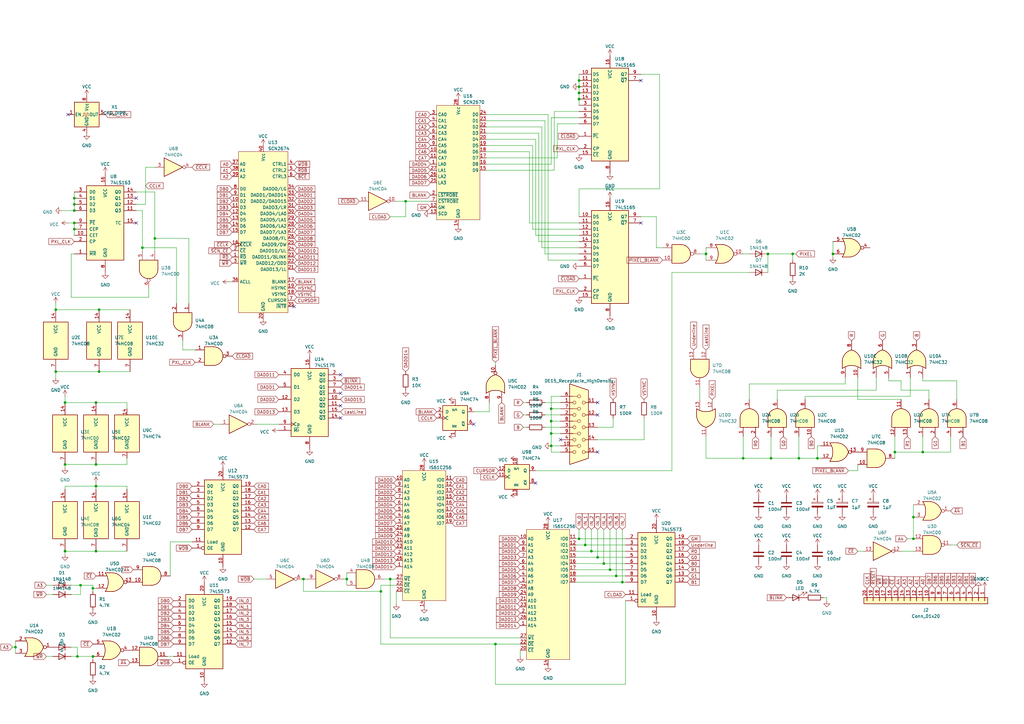
<source format=kicad_sch>
(kicad_sch (version 20231120) (generator "eeschema") (generator_version "8.0")
  (paper "A3")
  (junction (at 378.46 185.42))
  (junction (at 40.64 127))
  (junction (at 38.1 269.24))
  (junction (at 341.63 104.14))
  (junction (at 237.49 35.56))
  (junction (at 63.5 97.79))
  (junction (at 252.73 236.22))
  (junction (at 245.11 228.6))
  (junction (at 39.37 190.5))
  (junction (at 255.27 238.76))
  (junction (at 22.86 152.4))
  (junction (at 335.28 187.96))
  (junction (at 26.67 190.5))
  (junction (at 30.48 93.98))
  (junction (at 226.06 177.8))
  (junction (at 237.49 33.02))
  (junction (at 30.48 81.28))
  (junction (at 26.67 226.06))
  (junction (at 367.03 185.42))
  (junction (at 58.42 101.6))
  (junction (at 156.21 242.57))
  (junction (at 40.64 152.4))
  (junction (at 247.65 231.14))
  (junction (at 304.8 187.96))
  (junction (at 226.06 172.72))
  (junction (at 240.03 223.52))
  (junction (at 38.1 241.3))
  (junction (at 6.35 265.43))
  (junction (at 39.37 199.39))
  (junction (at 226.06 167.64))
  (junction (at 203.2 264.16))
  (junction (at 30.48 86.36))
  (junction (at 33.02 240.03))
  (junction (at 314.96 104.14))
  (junction (at 237.49 38.1))
  (junction (at 327.66 187.96))
  (junction (at 30.48 83.82))
  (junction (at 124.46 237.49))
  (junction (at 374.65 212.09))
  (junction (at 289.56 104.14))
  (junction (at 39.37 165.1))
  (junction (at 242.57 226.06))
  (junction (at 30.48 91.44))
  (junction (at 26.67 165.1))
  (junction (at 142.24 237.49))
  (junction (at 160.02 237.49))
  (junction (at 166.37 82.55))
  (junction (at 374.65 220.98))
  (junction (at 325.12 104.14))
  (junction (at 250.19 233.68))
  (junction (at 316.23 187.96))
  (junction (at 237.49 40.64))
  (junction (at 39.37 226.06))
  (junction (at 22.86 127))
  (junction (at 237.49 220.98))
  (junction (at 226.06 182.88))
  (junction (at 31.75 269.24))
  (no_connect (at 245.11 170.18))
  (no_connect (at 194.31 173.99))
  (no_connect (at 229.87 180.34))
  (no_connect (at 120.65 125.73))
  (no_connect (at 139.7 153.67))
  (no_connect (at 55.88 91.44))
  (no_connect (at 245.11 165.1))
  (no_connect (at 139.7 171.45))
  (no_connect (at 139.7 161.29))
  (no_connect (at 262.89 33.02))
  (no_connect (at 262.89 91.44))
  (no_connect (at 27.94 46.99))
  (no_connect (at 245.11 185.42))
  (no_connect (at 139.7 166.37))
  (no_connect (at 219.71 198.12))
  (no_connect (at 55.88 81.28))
  (wire (pts (xy 6.35 265.43) (xy 6.35 267.97)))
  (wire (pts (xy 58.42 101.6) (xy 58.42 86.36)))
  (wire (pts (xy 39.37 165.1) (xy 26.67 165.1)))
  (wire (pts (xy 325.12 104.14) (xy 326.39 104.14)))
  (wire (pts (xy 26.67 191.77) (xy 26.67 190.5)))
  (wire (pts (xy 330.2 163.83) (xy 330.2 162.56)))
  (wire (pts (xy 304.8 179.07) (xy 304.8 187.96)))
  (wire (pts (xy 203.2 149.86) (xy 203.2 148.59)))
  (wire (pts (xy 29.21 240.03) (xy 33.02 240.03)))
  (wire (pts (xy 223.52 104.14) (xy 237.49 104.14)))
  (wire (pts (xy 237.49 50.8) (xy 228.6 50.8)))
  (wire (pts (xy 287.02 104.14) (xy 289.56 104.14)))
  (wire (pts (xy 223.52 175.26) (xy 229.87 175.26)))
  (wire (pts (xy 339.09 245.11) (xy 339.09 246.38)))
  (wire (pts (xy 26.67 226.06) (xy 39.37 226.06)))
  (wire (pts (xy 250.19 233.68) (xy 256.54 233.68)))
  (wire (pts (xy 219.71 57.15) (xy 219.71 96.52)))
  (wire (pts (xy 242.57 226.06) (xy 256.54 226.06)))
  (wire (pts (xy 327.66 187.96) (xy 335.28 187.96)))
  (wire (pts (xy 220.98 99.06) (xy 237.49 99.06)))
  (wire (pts (xy 22.86 152.4) (xy 40.64 152.4)))
  (wire (pts (xy 40.64 152.4) (xy 53.34 152.4)))
  (wire (pts (xy 341.63 99.06) (xy 341.63 104.14)))
  (wire (pts (xy 156.21 242.57) (xy 124.46 242.57)))
  (wire (pts (xy 236.22 231.14) (xy 247.65 231.14)))
  (wire (pts (xy 389.89 223.52) (xy 392.43 223.52)))
  (wire (pts (xy 275.59 193.04) (xy 219.71 193.04)))
  (wire (pts (xy 199.39 59.69) (xy 218.44 59.69)))
  (wire (pts (xy 236.22 226.06) (xy 242.57 226.06)))
  (wire (pts (xy 59.69 68.58) (xy 63.5 68.58)))
  (wire (pts (xy 236.22 220.98) (xy 237.49 220.98)))
  (wire (pts (xy 199.39 49.53) (xy 223.52 49.53)))
  (wire (pts (xy 242.57 217.17) (xy 242.57 226.06)))
  (wire (pts (xy 40.64 127) (xy 53.34 127)))
  (wire (pts (xy 140.97 237.49) (xy 142.24 237.49)))
  (wire (pts (xy 124.46 237.49) (xy 125.73 237.49)))
  (wire (pts (xy 31.75 269.24) (xy 38.1 269.24)))
  (wire (pts (xy 262.89 30.48) (xy 270.51 30.48)))
  (wire (pts (xy 226.06 177.8) (xy 226.06 182.88)))
  (wire (pts (xy 245.11 228.6) (xy 256.54 228.6)))
  (wire (pts (xy 30.48 78.74) (xy 30.48 81.28)))
  (wire (pts (xy 223.52 49.53) (xy 223.52 104.14)))
  (wire (pts (xy 229.87 172.72) (xy 226.06 172.72)))
  (wire (pts (xy 218.44 59.69) (xy 218.44 93.98)))
  (wire (pts (xy 162.56 242.57) (xy 162.56 247.65)))
  (wire (pts (xy 236.22 233.68) (xy 250.19 233.68)))
  (wire (pts (xy 372.11 220.98) (xy 374.65 220.98)))
  (wire (pts (xy 236.22 238.76) (xy 255.27 238.76)))
  (wire (pts (xy 330.2 162.56) (xy 373.38 162.56)))
  (wire (pts (xy 217.17 91.44) (xy 237.49 91.44)))
  (wire (pts (xy 5.08 265.43) (xy 6.35 265.43)))
  (wire (pts (xy 59.69 83.82) (xy 59.69 68.58)))
  (wire (pts (xy 52.07 199.39) (xy 39.37 199.39)))
  (wire (pts (xy 251.46 171.45) (xy 251.46 175.26)))
  (wire (pts (xy 199.39 52.07) (xy 222.25 52.07)))
  (wire (pts (xy 52.07 165.1) (xy 39.37 165.1)))
  (wire (pts (xy 256.54 280.67) (xy 203.2 280.67)))
  (wire (pts (xy 157.48 237.49) (xy 160.02 237.49)))
  (wire (pts (xy 237.49 77.47) (xy 237.49 88.9)))
  (wire (pts (xy 378.46 156.21) (xy 392.43 156.21)))
  (wire (pts (xy 30.48 91.44) (xy 30.48 93.98)))
  (wire (pts (xy 240.03 217.17) (xy 240.03 223.52)))
  (wire (pts (xy 336.55 182.88) (xy 335.28 182.88)))
  (wire (pts (xy 346.71 157.48) (xy 346.71 154.94)))
  (wire (pts (xy 229.87 162.56) (xy 226.06 162.56)))
  (wire (pts (xy 275.59 111.76) (xy 307.34 111.76)))
  (wire (pts (xy 247.65 231.14) (xy 256.54 231.14)))
  (wire (pts (xy 30.48 86.36) (xy 25.4 86.36)))
  (wire (pts (xy 199.39 54.61) (xy 220.98 54.61)))
  (wire (pts (xy 223.52 165.1) (xy 229.87 165.1)))
  (wire (pts (xy 289.56 104.14) (xy 289.56 106.68)))
  (wire (pts (xy 162.56 240.03) (xy 156.21 240.03)))
  (wire (pts (xy 38.1 269.24) (xy 38.1 270.51)))
  (wire (pts (xy 55.88 78.74) (xy 63.5 78.74)))
  (wire (pts (xy 389.89 185.42) (xy 378.46 185.42)))
  (wire (pts (xy 255.27 217.17) (xy 255.27 238.76)))
  (wire (pts (xy 74.93 139.7) (xy 74.93 143.51)))
  (wire (pts (xy 226.06 177.8) (xy 226.06 172.72)))
  (wire (pts (xy 275.59 111.76) (xy 275.59 193.04)))
  (wire (pts (xy 160.02 88.9) (xy 166.37 88.9)))
  (wire (pts (xy 314.96 104.14) (xy 325.12 104.14)))
  (wire (pts (xy 104.14 237.49) (xy 109.22 237.49)))
  (wire (pts (xy 160.02 237.49) (xy 162.56 237.49)))
  (wire (pts (xy 374.65 212.09) (xy 374.65 220.98)))
  (wire (pts (xy 27.94 91.44) (xy 30.48 91.44)))
  (wire (pts (xy 389.89 179.07) (xy 389.89 185.42)))
  (wire (pts (xy 222.25 101.6) (xy 237.49 101.6)))
  (wire (pts (xy 52.07 200.66) (xy 52.07 199.39)))
  (wire (pts (xy 392.43 156.21) (xy 392.43 163.83)))
  (wire (pts (xy 39.37 198.12) (xy 39.37 199.39)))
  (wire (pts (xy 30.48 83.82) (xy 30.48 86.36)))
  (wire (pts (xy 245.11 217.17) (xy 245.11 228.6)))
  (wire (pts (xy 214.63 165.1) (xy 215.9 165.1)))
  (wire (pts (xy 199.39 62.23) (xy 217.17 62.23)))
  (wire (pts (xy 318.77 160.02) (xy 359.41 160.02)))
  (wire (pts (xy 74.93 143.51) (xy 80.01 143.51)))
  (wire (pts (xy 95.25 115.57) (xy 93.98 115.57)))
  (wire (pts (xy 269.24 101.6) (xy 271.78 101.6)))
  (wire (pts (xy 250.19 217.17) (xy 250.19 233.68)))
  (wire (pts (xy 69.85 236.22) (xy 69.85 222.25)))
  (wire (pts (xy 6.35 265.43) (xy 6.35 262.89)))
  (wire (pts (xy 373.38 162.56) (xy 373.38 154.94)))
  (wire (pts (xy 39.37 199.39) (xy 39.37 200.66)))
  (wire (pts (xy 166.37 88.9) (xy 166.37 82.55)))
  (wire (pts (xy 55.88 83.82) (xy 59.69 83.82)))
  (wire (pts (xy 240.03 223.52) (xy 256.54 223.52)))
  (wire (pts (xy 314.96 111.76) (xy 314.96 104.14)))
  (wire (pts (xy 327.66 179.07) (xy 327.66 187.96)))
  (wire (pts (xy 22.86 124.46) (xy 22.86 127)))
  (wire (pts (xy 224.79 46.99) (xy 224.79 106.68)))
  (wire (pts (xy 359.41 160.02) (xy 359.41 154.94)))
  (wire (pts (xy 52.07 187.96) (xy 52.07 190.5)))
  (wire (pts (xy 337.82 245.11) (xy 339.09 245.11)))
  (wire (pts (xy 307.34 157.48) (xy 346.71 157.48)))
  (wire (pts (xy 199.39 57.15) (xy 219.71 57.15)))
  (wire (pts (xy 87.63 173.99) (xy 90.17 173.99)))
  (wire (pts (xy 30.48 93.98) (xy 30.48 96.52)))
  (wire (pts (xy 364.49 156.21) (xy 369.57 156.21)))
  (wire (pts (xy 236.22 223.52) (xy 240.03 223.52)))
  (wire (pts (xy 316.23 187.96) (xy 327.66 187.96)))
  (wire (pts (xy 223.52 170.18) (xy 229.87 170.18)))
  (wire (pts (xy 39.37 226.06) (xy 52.07 226.06)))
  (wire (pts (xy 199.39 67.31) (xy 226.06 67.31)))
  (wire (pts (xy 156.21 240.03) (xy 156.21 242.57)))
  (wire (pts (xy 228.6 64.77) (xy 199.39 64.77)))
  (wire (pts (xy 38.1 240.03) (xy 38.1 241.3)))
  (wire (pts (xy 270.51 30.48) (xy 270.51 77.47)))
  (wire (pts (xy 29.21 269.24) (xy 31.75 269.24)))
  (wire (pts (xy 38.1 241.3) (xy 39.37 241.3)))
  (wire (pts (xy 199.39 46.99) (xy 224.79 46.99)))
  (wire (pts (xy 156.21 264.16) (xy 156.21 242.57)))
  (wire (pts (xy 367.03 185.42) (xy 367.03 187.96)))
  (wire (pts (xy 304.8 187.96) (xy 316.23 187.96)))
  (wire (pts (xy 203.2 280.67) (xy 203.2 264.16)))
  (wire (pts (xy 22.86 154.94) (xy 22.86 152.4)))
  (wire (pts (xy 270.51 77.47) (xy 237.49 77.47)))
  (wire (pts (xy 213.36 266.7) (xy 213.36 269.24)))
  (wire (pts (xy 378.46 185.42) (xy 367.03 185.42)))
  (wire (pts (xy 142.24 237.49) (xy 142.24 240.03)))
  (wire (pts (xy 226.06 167.64) (xy 229.87 167.64)))
  (wire (pts (xy 264.16 171.45) (xy 264.16 180.34)))
  (wire (pts (xy 224.79 106.68) (xy 237.49 106.68)))
  (wire (pts (xy 72.39 101.6) (xy 58.42 101.6)))
  (wire (pts (xy 229.87 182.88) (xy 226.06 182.88)))
  (wire (pts (xy 19.05 240.03) (xy 21.59 240.03)))
  (wire (pts (xy 222.25 52.07) (xy 222.25 101.6)))
  (wire (pts (xy 236.22 228.6) (xy 245.11 228.6)))
  (wire (pts (xy 200.66 168.91) (xy 200.66 165.1)))
  (wire (pts (xy 166.37 82.55) (xy 176.53 82.55)))
  (wire (pts (xy 29.21 265.43) (xy 31.75 265.43)))
  (wire (pts (xy 369.57 226.06) (xy 374.65 226.06)))
  (wire (pts (xy 318.77 163.83) (xy 318.77 160.02)))
  (wire (pts (xy 33.02 240.03) (xy 38.1 240.03)))
  (wire (pts (xy 213.36 264.16) (xy 203.2 264.16)))
  (wire (pts (xy 316.23 179.07) (xy 316.23 187.96)))
  (wire (pts (xy 381 160.02) (xy 381 163.83)))
  (wire (pts (xy 63.5 97.79) (xy 63.5 102.87)))
  (wire (pts (xy 226.06 185.42) (xy 226.06 182.88)))
  (wire (pts (xy 367.03 185.42) (xy 367.03 179.07)))
  (wire (pts (xy 162.56 82.55) (xy 166.37 82.55)))
  (wire (pts (xy 218.44 93.98) (xy 237.49 93.98)))
  (wire (pts (xy 262.89 88.9) (xy 269.24 88.9)))
  (wire (pts (xy 335.28 182.88) (xy 335.28 187.96)))
  (wire (pts (xy 226.06 48.26) (xy 237.49 48.26)))
  (wire (pts (xy 217.17 62.23) (xy 217.17 91.44)))
  (wire (pts (xy 26.67 227.33) (xy 26.67 226.06)))
  (wire (pts (xy 199.39 69.85) (xy 227.33 69.85)))
  (wire (pts (xy 237.49 217.17) (xy 237.49 220.98)))
  (wire (pts (xy 351.79 193.04) (xy 351.79 190.5)))
  (wire (pts (xy 236.22 236.22) (xy 252.73 236.22)))
  (wire (pts (xy 69.85 222.25) (xy 78.74 222.25)))
  (wire (pts (xy 325.12 106.68) (xy 325.12 104.14)))
  (wire (pts (xy 347.98 193.04) (xy 351.79 193.04)))
  (wire (pts (xy 26.67 162.56) (xy 26.67 165.1)))
  (wire (pts (xy 63.5 78.74) (xy 63.5 97.79)))
  (wire (pts (xy 58.42 102.87) (xy 58.42 101.6)))
  (wire (pts (xy 52.07 190.5) (xy 39.37 190.5)))
  (wire (pts (xy 237.49 220.98) (xy 256.54 220.98)))
  (wire (pts (xy 289.56 179.07) (xy 289.56 187.96)))
  (wire (pts (xy 58.42 86.36) (xy 55.88 86.36)))
  (wire (pts (xy 39.37 190.5) (xy 26.67 190.5)))
  (wire (pts (xy 214.63 175.26) (xy 215.9 175.26)))
  (wire (pts (xy 26.67 200.66) (xy 26.67 199.39)))
  (wire (pts (xy 255.27 238.76) (xy 256.54 238.76)))
  (wire (pts (xy 60.96 118.11) (xy 60.96 121.92)))
  (wire (pts (xy 38.1 242.57) (xy 38.1 241.3)))
  (wire (pts (xy 226.06 162.56) (xy 226.06 167.64)))
  (wire (pts (xy 335.28 187.96) (xy 336.55 187.96)))
  (wire (pts (xy 226.06 48.26) (xy 226.06 67.31)))
  (wire (pts (xy 220.98 54.61) (xy 220.98 99.06)))
  (wire (pts (xy 227.33 45.72) (xy 237.49 45.72)))
  (wire (pts (xy 287.02 158.75) (xy 287.02 163.83)))
  (wire (pts (xy 229.87 177.8) (xy 226.06 177.8)))
  (wire (pts (xy 124.46 242.57) (xy 124.46 237.49)))
  (wire (pts (xy 228.6 50.8) (xy 228.6 64.77)))
  (wire (pts (xy 307.34 163.83) (xy 307.34 157.48)))
  (wire (pts (xy 369.57 156.21) (xy 369.57 160.02)))
  (wire (pts (xy 237.49 35.56) (xy 237.49 38.1)))
  (wire (pts (xy 33.02 243.84) (xy 33.02 240.03)))
  (wire (pts (xy 247.65 217.17) (xy 247.65 231.14)))
  (wire (pts (xy 142.24 237.49) (xy 142.24 234.95)))
  (wire (pts (xy 19.05 243.84) (xy 21.59 243.84)))
  (wire (pts (xy 351.79 154.94) (xy 351.79 163.83)))
  (wire (pts (xy 289.56 101.6) (xy 289.56 104.14)))
  (wire (pts (xy 341.63 104.14) (xy 341.63 105.41)))
  (wire (pts (xy 214.63 170.18) (xy 215.9 170.18)))
  (wire (pts (xy 194.31 168.91) (xy 200.66 168.91)))
  (wire (pts (xy 369.57 160.02) (xy 381 160.02)))
  (wire (pts (xy 52.07 167.64) (xy 52.07 165.1)))
  (wire (pts (xy 219.71 96.52) (xy 237.49 96.52)))
  (wire (pts (xy 29.21 121.92) (xy 29.21 104.14)))
  (wire (pts (xy 213.36 261.62) (xy 160.02 261.62)))
  (wire (pts (xy 19.05 269.24) (xy 21.59 269.24)))
  (wire (pts (xy 374.65 207.01) (xy 374.65 212.09)))
  (wire (pts (xy 30.48 81.28) (xy 30.48 83.82)))
  (wire (pts (xy 68.58 269.24) (xy 71.12 269.24)))
  (wire (pts (xy 226.06 172.72) (xy 226.06 167.64)))
  (wire (pts (xy 72.39 124.46) (xy 72.39 101.6)))
  (wire (pts (xy 252.73 217.17) (xy 252.73 236.22)))
  (wire (pts (xy 264.16 180.34) (xy 245.11 180.34)))
  (wire (pts (xy 227.33 45.72) (xy 227.33 69.85)))
  (wire (pts (xy 237.49 38.1) (xy 237.49 40.64)))
  (wire (pts (xy 105.41 173.99) (xy 114.3 173.99)))
  (wire (pts (xy 378.46 179.07) (xy 378.46 185.42)))
  (wire (pts (xy 77.47 124.46) (xy 77.47 97.79)))
  (wire (pts (xy 22.86 127) (xy 40.64 127)))
  (wire (pts (xy 289.56 187.96) (xy 304.8 187.96)))
  (wire (pts (xy 77.47 97.79) (xy 63.5 97.79)))
  (wire (pts (xy 60.96 121.92) (xy 29.21 121.92)))
  (wire (pts (xy 237.49 33.02) (xy 237.49 35.56)))
  (wire (pts (xy 237.49 40.64) (xy 237.49 43.18)))
  (wire (pts (xy 251.46 175.26) (xy 245.11 175.26)))
  (wire (pts (xy 237.49 30.48) (xy 237.49 33.02)))
  (wire (pts (xy 160.02 261.62) (xy 160.02 237.49)))
  (wire (pts (xy 256.54 246.38) (xy 256.54 280.67)))
  (wire (pts (xy 29.21 104.14) (xy 30.48 104.14)))
  (wire (pts (xy 229.87 185.42) (xy 226.06 185.42)))
  (wire (pts (xy 29.21 243.84) (xy 33.02 243.84)))
  (wire (pts (xy 31.75 265.43) (xy 31.75 269.24)))
  (wire (pts (xy 304.8 104.14) (xy 307.34 104.14)))
  (wire (pts (xy 364.49 154.94) (xy 364.49 156.21)))
  (wire (pts (xy 351.79 163.83) (xy 369.57 163.83)))
  (wire (pts (xy 26.67 199.39) (xy 39.37 199.39)))
  (wire (pts (xy 378.46 156.21) (xy 378.46 154.94)))
  (wire (pts (xy 269.24 88.9) (xy 269.24 101.6)))
  (wire (pts (xy 252.73 236.22) (xy 256.54 236.22)))
  (wire (pts (xy 351.79 226.06) (xy 354.33 226.06)))
  (wire (pts (xy 203.2 264.16) (xy 156.21 264.16)))
  (global_label "B0" (shape input) (at 332.74 179.07 270) (property "Intersheetrefs" "${INTERSHEET_REFS}" (effects (hide yes))))
  (global_label "DADD12" (shape input) (at 120.65 107.95 0) (property "Intersheetrefs" "${INTERSHEET_REFS}" (effects (hide yes))))
  (global_label "DADD0" (shape input) (at 162.56 196.85 180) (property "Intersheetrefs" "${INTERSHEET_REFS}" (effects (hide yes))))
  (global_label "BLANK" (shape input) (at 179.07 168.91 180) (property "Intersheetrefs" "${INTERSHEET_REFS}" (effects (hide yes))))
  (global_label "A2" (shape input) (at 95.25 72.39 180) (property "Intersheetrefs" "${INTERSHEET_REFS}" (effects (hide yes))))
  (global_label "PXL_CLK" (shape input) (at 43.18 46.99 0) (property "Intersheetrefs" "${INTERSHEET_REFS}" (effects (hide yes))))
  (global_label "A4" (shape input) (at 372.11 220.98 180) (property "Intersheetrefs" "${INTERSHEET_REFS}" (effects (hide yes))))
  (global_label "CA0" (shape input) (at 185.42 196.85 0) (property "Intersheetrefs" "${INTERSHEET_REFS}" (effects (hide yes))))
  (global_label "CA3" (shape input) (at 104.14 207.01 0) (property "Intersheetrefs" "${INTERSHEET_REFS}" (effects (hide yes))))
  (global_label "A0" (shape input) (at 95.25 67.31 180) (property "Intersheetrefs" "${INTERSHEET_REFS}" (effects (hide yes))))
  (global_label "~{BCE}" (shape input) (at 120.65 72.39 0) (property "Intersheetrefs" "${INTERSHEET_REFS}" (effects (hide yes))))
  (global_label "VSYNC" (shape input) (at 264.16 163.83 90) (property "Intersheetrefs" "${INTERSHEET_REFS}" (effects (hide yes))))
  (global_label "IN_5" (shape input) (at 250.19 217.17 90) (property "Intersheetrefs" "${INTERSHEET_REFS}" (effects (hide yes))))
  (global_label "DADD5" (shape input) (at 176.53 69.85 180) (property "Intersheetrefs" "${INTERSHEET_REFS}" (effects (hide yes))))
  (global_label "DADD6" (shape input) (at 120.65 92.71 0) (property "Intersheetrefs" "${INTERSHEET_REFS}" (effects (hide yes))))
  (global_label "B" (shape input) (at 375.92 139.7 90) (property "Intersheetrefs" "${INTERSHEET_REFS}" (effects (hide yes))))
  (global_label "DADD5" (shape input) (at 120.65 90.17 0) (property "Intersheetrefs" "${INTERSHEET_REFS}" (effects (hide yes))))
  (global_label "DB3" (shape input) (at 71.12 254 180) (property "Intersheetrefs" "${INTERSHEET_REFS}" (effects (hide yes))))
  (global_label "IN_2" (shape input) (at 242.57 217.17 90) (property "Intersheetrefs" "${INTERSHEET_REFS}" (effects (hide yes))))
  (global_label "CA1" (shape input) (at 104.14 201.93 0) (property "Intersheetrefs" "${INTERSHEET_REFS}" (effects (hide yes))))
  (global_label "~{WDB}" (shape input) (at 104.14 237.49 180) (property "Intersheetrefs" "${INTERSHEET_REFS}" (effects (hide yes))))
  (global_label "DADD13" (shape input) (at 120.65 110.49 0) (property "Intersheetrefs" "${INTERSHEET_REFS}" (effects (hide yes))))
  (global_label "DB0" (shape input) (at 78.74 199.39 180) (property "Intersheetrefs" "${INTERSHEET_REFS}" (effects (hide yes))))
  (global_label "DADD4" (shape input) (at 162.56 207.01 180) (property "Intersheetrefs" "${INTERSHEET_REFS}" (effects (hide yes))))
  (global_label "CURSOR" (shape input) (at 204.47 193.04 180) (property "Intersheetrefs" "${INTERSHEET_REFS}" (effects (hide yes))))
  (global_label "IN_6" (shape input) (at 96.52 261.62 0) (property "Intersheetrefs" "${INTERSHEET_REFS}" (effects (hide yes))))
  (global_label "CA4" (shape input) (at 176.53 57.15 180) (property "Intersheetrefs" "${INTERSHEET_REFS}" (effects (hide yes))))
  (global_label "CA0" (shape input) (at 176.53 46.99 180) (property "Intersheetrefs" "${INTERSHEET_REFS}" (effects (hide yes))))
  (global_label "IN_3" (shape input) (at 96.52 254 0) (property "Intersheetrefs" "${INTERSHEET_REFS}" (effects (hide yes))))
  (global_label "DADD10" (shape input) (at 213.36 246.38 180) (property "Intersheetrefs" "${INTERSHEET_REFS}" (effects (hide yes))))
  (global_label "DADD1" (shape input) (at 162.56 199.39 180) (property "Intersheetrefs" "${INTERSHEET_REFS}" (effects (hide yes))))
  (global_label "CA4" (shape input) (at 104.14 209.55 0) (property "Intersheetrefs" "${INTERSHEET_REFS}" (effects (hide yes))))
  (global_label "PXL_CLK" (shape input) (at 80.01 148.59 180) (property "Intersheetrefs" "${INTERSHEET_REFS}" (effects (hide yes))))
  (global_label "R1" (shape input) (at 281.94 233.68 0) (property "Intersheetrefs" "${INTERSHEET_REFS}" (effects (hide yes))))
  (global_label "CURSOR" (shape input) (at 120.65 123.19 0) (property "Intersheetrefs" "${INTERSHEET_REFS}" (effects (hide yes))))
  (global_label "DADD12" (shape input) (at 162.56 227.33 180) (property "Intersheetrefs" "${INTERSHEET_REFS}" (effects (hide yes))))
  (global_label "DADD3" (shape input) (at 120.65 85.09 0) (property "Intersheetrefs" "${INTERSHEET_REFS}" (effects (hide yes))))
  (global_label "G1" (shape input) (at 281.94 236.22 0) (property "Intersheetrefs" "${INTERSHEET_REFS}" (effects (hide yes))))
  (global_label "DB1" (shape input) (at 396.24 241.3 90) (property "Intersheetrefs" "${INTERSHEET_REFS}" (effects (hide yes))))
  (global_label "CA6" (shape input) (at 185.42 212.09 0) (property "Intersheetrefs" "${INTERSHEET_REFS}" (effects (hide yes))))
  (global_label "DADD1" (shape input) (at 114.3 158.75 180) (property "Intersheetrefs" "${INTERSHEET_REFS}" (effects (hide yes))))
  (global_label "DADD14" (shape input) (at 162.56 232.41 180) (property "Intersheetrefs" "${INTERSHEET_REFS}" (effects (hide yes))))
  (global_label "IN_4" (shape input) (at 247.65 217.17 90) (property "Intersheetrefs" "${INTERSHEET_REFS}" (effects (hide yes))))
  (global_label "DADD12" (shape input) (at 213.36 251.46 180) (property "Intersheetrefs" "${INTERSHEET_REFS}" (effects (hide yes))))
  (global_label "IN_1" (shape input) (at 240.03 217.17 90) (property "Intersheetrefs" "${INTERSHEET_REFS}" (effects (hide yes))))
  (global_label "DB2" (shape input) (at 95.25 82.55 180) (property "Intersheetrefs" "${INTERSHEET_REFS}" (effects (hide yes))))
  (global_label "BLANK" (shape input) (at 176.53 80.01 180) (property "Intersheetrefs" "${INTERSHEET_REFS}" (effects (hide yes))))
  (global_label "DADD8" (shape input) (at 162.56 217.17 180) (property "Intersheetrefs" "${INTERSHEET_REFS}" (effects (hide yes))))
  (global_label "DB3" (shape input) (at 95.25 85.09 180) (property "Intersheetrefs" "${INTERSHEET_REFS}" (effects (hide yes))))
  (global_label "DADD10" (shape input) (at 162.56 222.25 180) (property "Intersheetrefs" "${INTERSHEET_REFS}" (effects (hide yes))))
  (global_label "DADD3" (shape input) (at 162.56 204.47 180) (property "Intersheetrefs" "${INTERSHEET_REFS}" (effects (hide yes))))
  (global_label "B" (shape input) (at 214.63 175.26 180) (property "Intersheetrefs" "${INTERSHEET_REFS}" (effects (hide yes))))
  (global_label "DADD4" (shape input) (at 176.53 67.31 180) (property "Intersheetrefs" "${INTERSHEET_REFS}" (effects (hide yes))))
  (global_label "DB6" (shape input) (at 383.54 241.3 90) (property "Intersheetrefs" "${INTERSHEET_REFS}" (effects (hide yes))))
  (global_label "CLOAD" (shape input) (at 160.02 88.9 180) (property "Intersheetrefs" "${INTERSHEET_REFS}" (effects (hide yes))))
  (global_label "IN_0" (shape input) (at 237.49 217.17 90) (property "Intersheetrefs" "${INTERSHEET_REFS}" (effects (hide yes))))
  (global_label "~{RESET}" (shape input) (at 358.14 241.3 90) (property "Intersheetrefs" "${INTERSHEET_REFS}" (effects (hide yes))))
  (global_label "~{WDB}" (shape input) (at 78.74 224.79 180) (property "Intersheetrefs" "${INTERSHEET_REFS}" (effects (hide yes))))
  (global_label "DB1" (shape input) (at 71.12 248.92 180) (property "Intersheetrefs" "${INTERSHEET_REFS}" (effects (hide yes))))
  (global_label "R0" (shape input) (at 281.94 226.06 0) (property "Intersheetrefs" "${INTERSHEET_REFS}" (effects (hide yes))))
  (global_label "DADD4" (shape input) (at 120.65 87.63 0) (property "Intersheetrefs" "${INTERSHEET_REFS}" (effects (hide yes))))
  (global_label "CA1" (shape input) (at 185.42 199.39 0) (property "Intersheetrefs" "${INTERSHEET_REFS}" (effects (hide yes))))
  (global_label "DADD11" (shape input) (at 114.3 153.67 180) (property "Intersheetrefs" "${INTERSHEET_REFS}" (effects (hide yes))))
  (global_label "DADD9" (shape input) (at 162.56 219.71 180) (property "Intersheetrefs" "${INTERSHEET_REFS}" (effects (hide yes))))
  (global_label "IN_1" (shape input) (at 96.52 248.92 0) (property "Intersheetrefs" "${INTERSHEET_REFS}" (effects (hide yes))))
  (global_label "B0" (shape input) (at 281.94 231.14 0) (property "Intersheetrefs" "${INTERSHEET_REFS}" (effects (hide yes))))
  (global_label "DB7" (shape input) (at 71.12 264.16 180) (property "Intersheetrefs" "${INTERSHEET_REFS}" (effects (hide yes))))
  (global_label "~{CLOAD}" (shape input) (at 237.49 55.88 180) (property "Intersheetrefs" "${INTERSHEET_REFS}" (effects (hide yes))))
  (global_label "CA4" (shape input) (at 185.42 207.01 0) (property "Intersheetrefs" "${INTERSHEET_REFS}" (effects (hide yes))))
  (global_label "CA7" (shape input) (at 185.42 214.63 0) (property "Intersheetrefs" "${INTERSHEET_REFS}" (effects (hide yes))))
  (global_label "DB3" (shape input) (at 391.16 241.3 90) (property "Intersheetrefs" "${INTERSHEET_REFS}" (effects (hide yes))))
  (global_label "DADD5" (shape input) (at 162.56 209.55 180) (property "Intersheetrefs" "${INTERSHEET_REFS}" (effects (hide yes))))
  (global_label "~{SCN_CE}" (shape input) (at 392.43 223.52 0) (property "Intersheetrefs" "${INTERSHEET_REFS}" (effects (hide yes))))
  (global_label "DADD13" (shape input) (at 213.36 254 180) (property "Intersheetrefs" "${INTERSHEET_REFS}" (effects (hide yes))))
  (global_label "DB1" (shape input) (at 78.74 201.93 180) (property "Intersheetrefs" "${INTERSHEET_REFS}" (effects (hide yes))))
  (global_label "DADD15" (shape input) (at 139.7 163.83 0) (property "Intersheetrefs" "${INTERSHEET_REFS}" (effects (hide yes))))
  (global_label "CA2" (shape input) (at 176.53 52.07 180) (property "Intersheetrefs" "${INTERSHEET_REFS}" (effects (hide yes))))
  (global_label "DADD6" (shape input) (at 162.56 212.09 180) (property "Intersheetrefs" "${INTERSHEET_REFS}" (effects (hide yes))))
  (global_label "CA0" (shape input) (at 104.14 199.39 0) (property "Intersheetrefs" "${INTERSHEET_REFS}" (effects (hide yes))))
  (global_label "HSYNC" (shape input) (at 251.46 163.83 90) (property "Intersheetrefs" "${INTERSHEET_REFS}" (effects (hide yes))))
  (global_label "DADD14" (shape input) (at 213.36 256.54 180) (property "Intersheetrefs" "${INTERSHEET_REFS}" (effects (hide yes))))
  (global_label "B1" (shape input) (at 281.94 238.76 0) (property "Intersheetrefs" "${INTERSHEET_REFS}" (effects (hide yes))))
  (global_label "DB7" (shape input) (at 78.74 217.17 180) (property "Intersheetrefs" "${INTERSHEET_REFS}" (effects (hide yes))))
  (global_label "R0" (shape input) (at 309.88 179.07 270) (property "Intersheetrefs" "${INTERSHEET_REFS}" (effects (hide yes))))
  (global_label "~{CE}" (shape input) (at 365.76 241.3 90) (property "Intersheetrefs" "${INTERSHEET_REFS}" (effects (hide yes))))
  (global_label "DADD7" (shape input) (at 120.65 95.25 0) (property "Intersheetrefs" "${INTERSHEET_REFS}" (effects (hide yes))))
  (global_label "DB5" (shape input) (at 71.12 259.08 180) (property "Intersheetrefs" "${INTERSHEET_REFS}" (effects (hide yes))))
  (global_label "CA6" (shape input) (at 104.14 214.63 0) (property "Intersheetrefs" "${INTERSHEET_REFS}" (effects (hide yes))))
  (global_label "G0" (shape input) (at 281.94 228.6 0) (property "Intersheetrefs" "${INTERSHEET_REFS}" (effects (hide yes))))
  (global_label "DADD2" (shape input) (at 162.56 201.93 180) (property "Intersheetrefs" "${INTERSHEET_REFS}" (effects (hide yes))))
  (global_label "~{PIXEL_BLANK}" (shape input) (at 347.98 193.04 180) (property "Intersheetrefs" "${INTERSHEET_REFS}" (effects (hide yes))))
  (global_label "DB6" (shape input) (at 71.12 261.62 180) (property "Intersheetrefs" "${INTERSHEET_REFS}" (effects (hide yes))))
  (global_label "CA6" (shape input) (at 176.53 62.23 180) (property "Intersheetrefs" "${INTERSHEET_REFS}" (effects (hide yes))))
  (global_label "CA3" (shape input) (at 176.53 54.61 180) (property "Intersheetrefs" "${INTERSHEET_REFS}" (effects (hide yes))))
  (global_label "A3" (shape input) (at 19.05 240.03 180) (property "Intersheetrefs" "${INTERSHEET_REFS}" (effects (hide yes))))
  (global_label "CA2" (shape input) (at 104.14 204.47 0) (property "Intersheetrefs" "${INTERSHEET_REFS}" (effects (hide yes))))
  (global_label "A1" (shape input) (at 375.92 241.3 90) (property "Intersheetrefs" "${INTERSHEET_REFS}" (effects (hide yes))))
  (global_label "DADD14" (shape input) (at 139.7 158.75 0) (property "Intersheetrefs" "${INTERSHEET_REFS}" (effects (hide yes))))
  (global_label "~{CCLK}" (shape input) (at 95.25 100.33 180) (property "Intersheetrefs" "${INTERSHEET_REFS}" (effects (hide yes))))
  (global_label "DB6" (shape input) (at 78.74 214.63 180) (property "Intersheetrefs" "${INTERSHEET_REFS}" (effects (hide yes))))
  (global_label "CLK" (shape input) (at 355.6 241.3 90) (property "Intersheetrefs" "${INTERSHEET_REFS}" (effects (hide yes))))
  (global_label "IN_0" (shape input) (at 96.52 246.38 0) (property "Intersheetrefs" "${INTERSHEET_REFS}" (effects (hide yes))))
  (global_label "DADD7" (shape input) (at 176.53 74.93 180) (property "Intersheetrefs" "${INTERSHEET_REFS}" (effects (hide yes))))
  (global_label "~{CE}" (shape input) (at 351.79 226.06 180) (property "Intersheetrefs" "${INTERSHEET_REFS}" (effects (hide yes))))
  (global_label "DADD9" (shape input) (at 120.65 100.33 0) (property "Intersheetrefs" "${INTERSHEET_REFS}" (effects (hide yes))))
  (global_label "~{A4}" (shape input) (at 54.61 233.68 180) (property "Intersheetrefs" "${INTERSHEET_REFS}" (effects (hide yes))))
  (global_label "IN_6" (shape input) (at 252.73 217.17 90) (property "Intersheetrefs" "${INTERSHEET_REFS}" (effects (hide yes))))
  (global_label "DADD9" (shape input) (at 213.36 243.84 180) (property "Intersheetrefs" "${INTERSHEET_REFS}" (effects (hide yes))))
  (global_label "CA3" (shape input) (at 185.42 204.47 0) (property "Intersheetrefs" "${INTERSHEET_REFS}" (effects (hide yes))))
  (global_label "DADD11" (shape input) (at 213.36 248.92 180) (property "Intersheetrefs" "${INTERSHEET_REFS}" (effects (hide yes))))
  (global_label "DB5" (shape input) (at 78.74 212.09 180) (property "Intersheetrefs" "${INTERSHEET_REFS}" (effects (hide yes))))
  (global_label "DB7" (shape input) (at 381 241.3 90) (property "Intersheetrefs" "${INTERSHEET_REFS}" (effects (hide yes))))
  (global_label "DB0" (shape input) (at 398.78 241.3 90) (property "Intersheetrefs" "${INTERSHEET_REFS}" (effects (hide yes))))
  (global_label "IN_4" (shape input) (at 96.52 256.54 0) (property "Intersheetrefs" "${INTERSHEET_REFS}" (effects (hide yes))))
  (global_label "~{CLOAD}" (shape input) (at 147.32 82.55 180) (property "Intersheetrefs" "${INTERSHEET_REFS}" (effects (hide yes))))
  (global_label "A2" (shape input) (at 373.38 241.3 90) (property "Intersheetrefs" "${INTERSHEET_REFS}" (effects (hide yes))))
  (global_label "CA5" (shape input) (at 104.14 212.09 0) (property "Intersheetrefs" "${INTERSHEET_REFS}" (effects (hide yes))))
  (global_label "DB4" (shape input) (at 78.74 209.55 180) (property "Intersheetrefs" "${INTERSHEET_REFS}" (effects (hide yes))))
  (global_label "DADD13" (shape input) (at 114.3 168.91 180) (property "Intersheetrefs" "${INTERSHEET_REFS}" (effects (hide yes))))
  (global_label "~{CCLK}" (shape input) (at 78.74 68.58 0) (property "Intersheetrefs" "${INTERSHEET_REFS}" (effects (hide yes))))
  (global_label "G0" (shape input) (at 321.31 179.07 270) (property "Intersheetrefs" "${INTERSHEET_REFS}" (effects (hide yes))))
  (global_label "BLANK" (shape input) (at 205.74 165.1 270) (property "Intersheetrefs" "${INTERSHEET_REFS}" (effects (hide yes))))
  (global_label "CA1" (shape input) (at 176.53 49.53 180) (property "Intersheetrefs" "${INTERSHEET_REFS}" (effects (hide yes))))
  (global_label "~{WDB}" (shape input) (at 120.65 67.31 0) (property "Intersheetrefs" "${INTERSHEET_REFS}" (effects (hide yes))))
  (global_label "DADD10" (shape input) (at 120.65 102.87 0) (property "Intersheetrefs" "${INTERSHEET_REFS}" (effects (hide yes))))
  (global_label "~{CLOAD}" (shape input) (at 237.49 114.3 180) (property "Intersheetrefs" "${INTERSHEET_REFS}" (effects (hide yes))))
  (global_label "DB2" (shape input) (at 393.7 241.3 90) (property "Intersheetrefs" "${INTERSHEET_REFS}" (effects (hide yes))))
  (global_label "~{BLINK}" (shape input) (at 139.7 156.21 0) (property "Intersheetrefs" "${INTERSHEET_REFS}" (effects (hide yes))))
  (global_label "DB5" (shape input) (at 95.25 90.17 180) (property "Intersheetrefs" "${INTERSHEET_REFS}" (effects (hide yes))))
  (global_label "DB2" (shape input) (at 78.74 204.47 180) (property "Intersheetrefs" "${INTERSHEET_REFS}" (effects (hide yes))))
  (global_label "PXL_CLK" (shape input) (at 237.49 119.38 180) (property "Intersheetrefs" "${INTERSHEET_REFS}" (effects (hide yes))))
  (global_label "CA2" (shape input) (at 185.42 201.93 0) (property "Intersheetrefs" "${INTERSHEET_REFS}" (effects (hide yes))))
  (global_label "CLOAD" (shape input) (at 256.54 243.84 180) (property "Intersheetrefs" "${INTERSHEET_REFS}" (effects (hide yes))))
  (global_label "LastLine" (shape input) (at 289.56 143.51 90) (property "Intersheetrefs" "${INTERSHEET_REFS}" (effects (hide yes))))
  (global_label "DADD8" (shape input) (at 120.65 97.79 0) (property "Intersheetrefs" "${INTERSHEET_REFS}" (effects (hide yes))))
  (global_label "CA5" (shape input) (at 185.42 209.55 0) (property "Intersheetrefs" "${INTERSHEET_REFS}" (effects (hide yes))))
  (global_label "R" (shape input) (at 214.63 165.1 180) (property "Intersheetrefs" "${INTERSHEET_REFS}" (effects (hide yes))))
  (global_label "~{WR}" (shape input) (at 360.68 241.3 90) (property "Intersheetrefs" "${INTERSHEET_REFS}" (effects (hide yes))))
  (global_label "IN_7" (shape input) (at 96.52 264.16 0) (property "Intersheetrefs" "${INTERSHEET_REFS}" (effects (hide yes))))
  (global_label "CCLK" (shape input) (at 179.07 171.45 180) (property "Intersheetrefs" "${INTERSHEET_REFS}" (effects (hide yes))))
  (global_label "DADD2" (shape input) (at 120.65 82.55 0) (property "Intersheetrefs" "${INTERSHEET_REFS}" (effects (hide yes))))
  (global_label "CA5" (shape input) (at 176.53 59.69 180) (property "Intersheetrefs" "${INTERSHEET_REFS}" (effects (hide yes))))
  (global_label "PIXEL" (shape input) (at 292.1 163.83 90) (property "Intersheetrefs" "${INTERSHEET_REFS}" (effects (hide yes))))
  (global_label "DB4" (shape input) (at 95.25 87.63 180) (property "Intersheetrefs" "${INTERSHEET_REFS}" (effects (hide yes))))
  (global_label "~{WR}" (shape input) (at 19.05 269.24 180) (property "Intersheetrefs" "${INTERSHEET_REFS}" (effects (hide yes))))
  (global_label "DB2" (shape input) (at 71.12 251.46 180) (property "Intersheetrefs" "${INTERSHEET_REFS}" (effects (hide yes))))
  (global_label "DB4" (shape input) (at 71.12 256.54 180) (property "Intersheetrefs" "${INTERSHEET_REFS}" (effects (hide yes))))
  (global_label "A1" (shape input) (at 95.25 69.85 180) (property "Intersheetrefs" "${INTERSHEET_REFS}" (effects (hide yes))))
  (global_label "DADD0" (shape input) (at 213.36 220.98 180) (property "Intersheetrefs" "${INTERSHEET_REFS}" (effects (hide yes))))
  (global_label "~{PIXEL_BLANK}" (shape input) (at 203.2 148.59 90) (property "Intersheetrefs" "${INTERSHEET_REFS}" (effects (hide yes))))
  (global_label "CCLK" (shape input) (at 204.47 195.58 180) (property "Intersheetrefs" "${INTERSHEET_REFS}" (effects (hide yes))))
  (global_label "GM" (shape input) (at 176.53 85.09 180) (property "Intersheetrefs" "${INTERSHEET_REFS}" (effects (hide yes))))
  (global_label "~{RDB}" (shape input) (at 120.65 69.85 0) (property "Intersheetrefs" "${INTERSHEET_REFS}" (effects (hide yes))))
  (global_label "DB0" (shape input) (at 95.25 77.47 180) (property "Intersheetrefs" "${INTERSHEET_REFS}" (effects (hide yes))))
  (global_label "PXL_CLK" (shape input) (at 237.49 60.96 180) (property "Intersheetrefs" "${INTERSHEET_REFS}" (effects (hide yes))))
  (global_label "DADD2" (shape input) (at 114.3 163.83 180) (property "Intersheetrefs" "${INTERSHEET_REFS}" (effects (hide yes))))
  (global_label "DB4" (shape input) (at 388.62 241.3 90) (property "Intersheetrefs" "${INTERSHEET_REFS}" (effects (hide yes))))
  (global_label "~{PIXEL_BLANK}" (shape input) (at 271.78 106.68 180) (property "Intersheetrefs" "${INTERSHEET_REFS}" (effects (hide yes))))
  (global_label "~{CE}" (shape input) (at 38.1 264.16 180) (property "Intersheetrefs" "${INTERSHEET_REFS}" (effects (hide yes))))
  (global_label "DADD6" (shape input) (at 213.36 236.22 180) (property "Intersheetrefs" "${INTERSHEET_REFS}" (effects (hide yes))))
  (global_label "DADD0" (shape input) (at 120.65 77.47 0) (property "Intersheetrefs" "${INTERSHEET_REFS}" (effects (hide yes))))
  (global_label "~{CLOAD}" (shape input) (at 95.25 146.05 0) (property "Intersheetrefs" "${INTERSHEET_REFS}" (effects (hide yes))))
  (global_label "PIXEL" (shape input) (at 326.39 104.14 0) (property "Intersheetrefs" "${INTERSHEET_REFS}" (effects (hide yes))))
  (global_label "DB3" (shape input) (at 78.74 207.01 180) (property "Intersheetrefs" "${INTERSHEET_REFS}" (effects (hide yes))))
  (global_label "IN_7" (shape input) (at 255.27 217.17 90) (property "Intersheetrefs" "${INTERSHEET_REFS}" (effects (hide yes))))
  (global_label "A3" (shape input) (at 370.84 241.3 90) (property "Intersheetrefs" "${INTERSHEET_REFS}" (effects (hide yes))))
  (global_label "DB7" (shape input) (at 95.25 95.25 180) (property "Intersheetrefs" "${INTERSHEET_REFS}" (effects (hide yes))))
  (global_label "BLANK" (shape input) (at 87.63 173.99 180) (property "Intersheetrefs" "${INTERSHEET_REFS}" (effects (hide yes))))
  (global_label "~{A4}" (shape input) (at 389.89 209.55 0) (property "Intersheetrefs" "${INTERSHEET_REFS}" (effects (hide yes))))
  (global_label "DADD3" (shape input) (at 213.36 228.6 180) (property "Intersheetrefs" "${INTERSHEET_REFS}" (effects (hide yes))))
  (global_label "~{SCN_CE}" (shape input) (at 95.25 102.87 180) (property "Intersheetrefs" "${INTERSHEET_REFS}" (effects (hide yes))))
  (global_label "~{WR}" (shape input) (at 19.05 243.84 180) (property "Intersheetrefs" "${INTERSHEET_REFS}" (effects (hide yes))))
  (global_label "DADD11" (shape input) (at 120.65 105.41 0) (property "Intersheetrefs" "${INTERSHEET_REFS}" (effects (hide yes))))
  (global_label "R" (shape input) (at 349.25 139.7 90) (property "Intersheetrefs" "${INTERSHEET_REFS}" (effects (hide yes))))
  (global_label "~{A4}" (shape input) (at 53.34 271.78 180) (property "Intersheetrefs" "${INTERSHEET_REFS}" (effects (hide yes))))
  (global_label "DADD2" (shape input) (at 213.36 226.06 180) (property "Intersheetrefs" "${INTERSHEET_REFS}" (effects (hide yes))))
  (global_label "DADD7" (shape input) (at 162.56 214.63 180) (property "Intersheetrefs" "${INTERSHEET_REFS}" (effects (hide yes))))
  (global_label "HSYNC" (shape input) (at 120.65 118.11 0) (property "Intersheetrefs" "${INTERSHEET_REFS}" (effects (hide yes))))
  (global_label "DADD1" (shape input) (at 120.65 80.01 0) (property "Intersheetrefs" "${INTERSHEET_REFS}" (effects (hide yes))))
  (global_label "DADD7" (shape input) (at 213.36 238.76 180) (property "Intersheetrefs" "${INTERSHEET_REFS}" (effects (hide yes))))
  (global_label "G" (shape input) (at 214.63 170.18 180) (property "Intersheetrefs" "${INTERSHEET_REFS}" (effects (hide yes))))
  (global_label "DADD13" (shape input) (at 162.56 229.87 180) (property "Intersheetrefs" "${INTERSHEET_REFS}" (effects (hide yes))))
  (global_label "BLANK" (shape input) (at 120.65 115.57 0) (property "Intersheetrefs" "${INTERSHEET_REFS}" (effects (hide yes))))
  (global_label "Underline" (shape input) (at 281.94 223.52 0) (property "Intersheetrefs" "${INTERSHEET_REFS}" (effects (hide yes))))
  (global_label "DADD6" (shape input) (at 176.53 72.39 180) (property "Intersheetrefs" "${INTERSHEET_REFS}" (effects (hide yes))))
  (global_label "GM" (shape input) (at 281.94 220.98 0) (property "Intersheetrefs" "${INTERSHEET_REFS}" (effects (hide yes))))
  (global_label "DB5" (shape input) (at 386.08 241.3 90) (property "Intersheetrefs" "${INTERSHEET_REFS}" (effects (hide yes))))
  (global_label "R1" (shape input) (at 372.11 179.07 270) (property "Intersheetrefs" "${INTERSHEET_REFS}" (effects (hide yes))))
  (global_label "G" (shape input) (at 361.95 139.7 90) (property "Intersheetrefs" "${INTERSHEET_REFS}" (effects (hide yes))))
  (global_label "DADD14" (shape input) (at 166.37 152.4 90) (property "Intersheetrefs" "${INTERSHEET_REFS}" (effects (hide yes))))
  (global_label "A4" (shape input) (at 368.3 241.3 90) (property "Intersheetrefs" "${INTERSHEET_REFS}" (effects (hide yes))))
  (global_label "B1" (shape input) (at 394.97 179.07 270) (property "Intersheetrefs" "${INTERSHEET_REFS}" (effects (hide yes))))
  (global_label "IN_3" (shape input) (at 245.11 217.17 90) (property "Intersheetrefs" "${INTERSHEET_REFS}" (effects (hide yes))))
  (global_label "CCLK" (shape input) (at 59.69 76.2 0) (property "Intersheetrefs" "${INTERSHEET_REFS}" (effects (hide yes))))
  (global_label "DB0" (shape input) (at 71.12 246.38 180) (property "Intersheetrefs" "${INTERSHEET_REFS}" (effects (hide yes))))
  (global_label "DB1" (shape input) (at 95.25 80.01 180) (property "Intersheetrefs" "${INTERSHEET_REFS}" (effects (hide yes))))
  (global_label "DADD4" (shape input) (at 213.36 231.14 180) (property "Intersheetrefs" "${INTERSHEET_REFS}" (effects (hide yes))))
  (global_label "PXL_CLK" (shape input) (at 30.48 99.06 180) (property "Intersheetrefs" "${INTERSHEET_REFS}" (effects (hide yes))))
  (global_label "~{WR}" (shape input) (at 95.25 107.95 180) (property "Intersheetrefs" "${INTERSHEET_REFS}" (effects (hide yes))))
  (global_label "DADD1" (shape input) (at 213.36 223.52 180) (property "Intersheetrefs" "${INTERSHEET_REFS}" (effects (hide yes))))
  (global_label "Underline" (shape input) (at 284.48 143.51 90) (property "Intersheetrefs" "${INTERSHEET_REFS}" (effects (hide yes))))
  (global_label "CA7" (shape input) (at 104.14 217.17 0) (property "Intersheetrefs" "${INTERSHEET_REFS}" (effects (hide yes))))
  (global_label "CA7" (shape input) (at 176.53 64.77 180) (property "Intersheetrefs" "${INTERSHEET_REFS}" (effects (hide yes))))
  (global_label "~{RD}" (shape input) (at 363.22 241.3 90) (property "Intersheetrefs" "${INTERSHEET_REFS}" (effects (hide yes))))
  (global_label "A0" (shape input) (at 378.46 241.3 90) (property "Intersheetrefs" "${INTERSHEET_REFS}" (effects (hide yes))))
  (global_label "~{BLINK}" (shape input) (at 322.58 245.11 180) (property "Intersheetrefs" "${INTERSHEET_REFS}" (effects (hide yes))))
  (global_label "IN_2" (shape input) (at 96.52 251.46 0) (property "Intersheetrefs" "${INTERSHEET_REFS}" (effects (hide yes))))
  (global_label "~{WDB}" (shape input) (at 71.12 271.78 180) (property "Intersheetrefs" "${INTERSHEET_REFS}" (effects (hide yes))))
  (global_label "DB6" (shape input) (at 95.25 92.71 180) (property "Intersheetrefs" "${INTERSHEET_REFS}" (effects (hide yes))))
  (global_label "A3" (shape input) (at 5.08 265.43 180) (property "Intersheetrefs" "${INTERSHEET_REFS}" (effects (hide yes))))
  (global_label "DADD11" (shape input) (at 162.56 224.79 180) (property "Intersheetrefs" "${INTERSHEET_REFS}" (effects (hide yes))))
  (global_label "DADD8" (shape input) (at 213.36 241.3 180) (property "Intersheetrefs" "${INTERSHEET_REFS}" (effects (hide yes))))
  (global_label "DADD5" (shape input) (at 213.36 233.68 180) (property "Intersheetrefs" "${INTERSHEET_REFS}" (effects (hide yes))))
  (global_label "~{RD}" (shape input) (at 95.25 105.41 180) (property "Intersheetrefs" "${INTERSHEET_REFS}" (effects (hide yes))))
  (global_label "IN_5" (shape input) (at 96.52 259.08 0) (property "Intersheetrefs" "${INTERSHEET_REFS}" (effects (hide yes))))
  (global_label "LastLine" (shape input) (at 139.7 168.91 0) (property "Intersheetrefs" "${INTERSHEET_REFS}" (effects (hide yes))))
  (global_label "VSYNC" (shape input) (at 120.65 120.65 0) (property "Intersheetrefs" "${INTERSHEET_REFS}" (effects (hide yes))))
  (global_label "G1" (shape input) (at 383.54 179.07 270) (property "Intersheetrefs" "${INTERSHEET_REFS}" (effects (hide yes))))
  (global_label "~{CE}" (shape input) (at 39.37 236.22 180) (property "Intersheetrefs" "${INTERSHEET_REFS}" (effects (hide yes))))
  (symbol (lib_id "power:GND") (at 237.49 63.5 0) (unit 1)
    (property "Reference" "#PWR042" (effects (hide yes)))
    (property "Value" "GND" (at 237.49 68.58 0))
  )
  (symbol (lib_id "power:VCC") (at 39.37 198.12 0) (unit 1)
    (property "Reference" "#PWR012" (effects (hide yes)))
    (property "Value" "VCC" (at 39.37 194.31 0))
  )
  (symbol (lib_id "Device:D") (at 25.4 269.24 180) (unit 1)
    (property "Reference" "D4" (at 25.4 264.16 0))
    (property "Value" "D" (at 25.4 266.7 0))
    (property "Footprint" "Diode_THT:D_DO-34_SOD68_P7.62mm_Horizontal" (effects (hide yes)))
    (property "Sim.Device" "1N4148" (effects (hide yes)))
    (property "Sim.Pins" "1=K 2=A" (effects (hide yes)))
  )
  (symbol (lib_id "Device:R") (at 219.71 170.18 90) (unit 1)
    (property "Reference" "R5" (at 219.71 163.83 90))
    (property "Value" "100R" (at 219.71 166.37 90))
    (property "Footprint" "Resistor_THT:R_Axial_DIN0204_L3.6mm_D1.6mm_P7.62mm_Horizontal" (effects (hide yes)))
  )
  (symbol (lib_id "Device:R") (at 251.46 167.64 0) (unit 1)
    (property "Reference" "R7" (at 254 167.005 0) (effects (justify left)))
    (property "Value" "100R" (at 254 169.545 0) (effects (justify left)))
    (property "Footprint" "Resistor_THT:R_Axial_DIN0204_L3.6mm_D1.6mm_P7.62mm_Horizontal" (effects (hide yes)))
  )
  (symbol (lib_id "74xx:74HC04") (at 154.94 82.55 0) (unit 5)
    (property "Reference" "U6" (at 154.94 74.93 0))
    (property "Value" "74HC04" (at 154.94 77.47 0))
    (property "Footprint" "Package_DIP:DIP-14_W7.62mm" (effects (hide yes)))
    (property "Datasheet" "https://assets.nexperia.com/documents/data-sheet/74HC_HCT04.pdf" (effects (hide yes)))
  )
  (symbol (lib_id "74xx:74HC02") (at 13.97 265.43 0) (unit 1)
    (property "Reference" "U1" (at 13.97 256.54 0))
    (property "Value" "74HC02" (at 13.97 259.08 0))
    (property "Footprint" "Package_DIP:DIP-14_W7.62mm" (effects (hide yes)))
    (property "Datasheet" "http://www.ti.com/lit/gpn/sn74hc02" (effects (hide yes)))
  )
  (symbol (lib_id "TholinsStuff:IS61C256") (at 224.79 209.55 0) (unit 1)
    (property "Reference" "U17" (at 226.7459 213.36 0) (effects (justify left)))
    (property "Value" "IS61C256" (at 226.7459 215.9 0) (effects (justify left)))
    (property "Footprint" "Package_DIP:DIP-28_W7.62mm" (effects (hide yes)))
  )
  (symbol (lib_id "74xx:74LS163") (at 43.18 91.44 0) (unit 1)
    (property "Reference" "U8" (at 45.1359 72.39 0) (effects (justify left)))
    (property "Value" "74LS163" (at 45.1359 74.93 0) (effects (justify left)))
    (property "Footprint" "Package_DIP:DIP-16_W7.62mm" (effects (hide yes)))
    (property "Datasheet" "http://www.ti.com/lit/gpn/sn74LS163" (effects (hide yes)))
  )
  (symbol (lib_id "74xx:74LS08") (at 22.86 139.7 0) (unit 5)
    (property "Reference" "U2" (at 29.21 138.43 0) (effects (justify left)))
    (property "Value" "74HC08" (at 29.21 140.97 0) (effects (justify left)))
    (property "Footprint" "Package_DIP:DIP-14_W7.62mm" (effects (hide yes)))
    (property "Datasheet" "http://www.ti.com/lit/gpn/sn74LS08" (effects (hide yes)))
  )
  (symbol (lib_id "74xx:74LS08") (at 330.2 171.45 90) (unit 3)
    (property "Reference" "U2" (at 335.28 170.1883 90) (effects (justify right)))
    (property "Value" "74HC08" (at 335.28 172.7283 90) (effects (justify right)))
    (property "Footprint" "Package_DIP:DIP-14_W7.62mm" (effects (hide yes)))
    (property "Datasheet" "http://www.ti.com/lit/gpn/sn74LS08" (effects (hide yes)))
  )
  (symbol (lib_id "power:GND") (at 322.58 210.82 0) (unit 1)
    (property "Reference" "#PWR054" (effects (hide yes)))
    (property "Value" "GND" (at 322.58 215.9 0))
  )
  (symbol (lib_id "74xx:74LS08") (at 307.34 171.45 90) (unit 1)
    (property "Reference" "U2" (at 312.42 170.1883 90) (effects (justify right)))
    (property "Value" "74HC08" (at 312.42 172.7283 90) (effects (justify right)))
    (property "Footprint" "Package_DIP:DIP-14_W7.62mm" (effects (hide yes)))
    (property "Datasheet" "http://www.ti.com/lit/gpn/sn74LS08" (effects (hide yes)))
  )
  (symbol (lib_id "power:GND") (at 237.49 35.56 270) (unit 1)
    (property "Reference" "#PWR041" (effects (hide yes)))
    (property "Value" "GND" (at 233.68 35.56 90) (effects (justify right)))
  )
  (symbol (lib_id "Device:R") (at 38.1 246.38 0) (unit 1)
    (property "Reference" "R1" (at 40.64 245.745 0) (effects (justify left)))
    (property "Value" "4.7K" (at 40.64 248.285 0) (effects (justify left)))
    (property "Footprint" "Resistor_THT:R_Axial_DIN0204_L3.6mm_D1.6mm_P7.62mm_Horizontal" (effects (hide yes)))
  )
  (symbol (lib_id "power:GND") (at 176.53 87.63 270) (unit 1)
    (property "Reference" "#PWR029" (effects (hide yes)))
    (property "Value" "GND" (at 172.72 88.265 90) (effects (justify right)))
  )
  (symbol (lib_id "power:VCC") (at 311.15 203.2 0) (unit 1)
    (property "Reference" "#PWR049" (effects (hide yes)))
    (property "Value" "VCC" (at 311.15 199.39 0))
  )
  (symbol (lib_id "74xx:74LS08") (at 149.86 237.49 0) (unit 2)
    (property "Reference" "U4" (at 149.8517 229.87 0))
    (property "Value" "74HC08" (at 149.8517 232.41 0))
    (property "Footprint" "Package_DIP:DIP-14_W7.62mm" (effects (hide yes)))
    (property "Datasheet" "http://www.ti.com/lit/gpn/sn74LS08" (effects (hide yes)))
  )
  (symbol (lib_id "power:GND") (at 162.56 247.65 0) (unit 1)
    (property "Reference" "#PWR025" (effects (hide yes)))
    (property "Value" "GND" (at 162.56 252.73 0))
  )
  (symbol (lib_id "power:VCC") (at 322.58 223.52 0) (unit 1)
    (property "Reference" "#PWR055" (effects (hide yes)))
    (property "Value" "VCC" (at 322.58 219.71 0))
  )
  (symbol (lib_id "power:VCC") (at 269.24 213.36 0) (unit 1)
    (property "Reference" "#PWR068" (effects (hide yes)))
    (property "Value" "VCC" (at 269.24 209.55 0))
  )
  (symbol (lib_id "power:GND") (at 25.4 86.36 270) (unit 1)
    (property "Reference" "#PWR03" (effects (hide yes)))
    (property "Value" "GND" (at 21.59 86.995 90) (effects (justify right)))
  )
  (symbol (lib_id "74xx:74LS165") (at 250.19 45.72 0) (unit 1)
    (property "Reference" "U18" (at 252.1459 24.13 0) (effects (justify left)))
    (property "Value" "74LS165" (at 252.1459 26.67 0) (effects (justify left)))
    (property "Footprint" "Package_DIP:DIP-16_W7.62mm" (effects (hide yes)))
    (property "Datasheet" "https://www.ti.com/lit/ds/symlink/sn74ls165a.pdf" (effects (hide yes)))
  )
  (symbol (lib_id "power:VCC") (at 358.14 203.2 0) (unit 1)
    (property "Reference" "#PWR064" (effects (hide yes)))
    (property "Value" "VCC" (at 358.14 199.39 0))
  )
  (symbol (lib_id "74xx:74LS08") (at 60.96 269.24 0) (unit 4)
    (property "Reference" "U4" (at 60.9517 261.62 0))
    (property "Value" "74HC08" (at 60.9517 264.16 0))
    (property "Footprint" "Package_DIP:DIP-14_W7.62mm" (effects (hide yes)))
    (property "Datasheet" "http://www.ti.com/lit/gpn/sn74LS08" (effects (hide yes)))
  )
  (symbol (lib_id "Oscillator:CXO_DIP8") (at 35.56 46.99 0) (unit 1)
    (property "Reference" "X1" (at 46.99 43.8659 0))
    (property "Value" "CXO_DIP8" (at 46.99 46.4059 0))
    (property "Footprint" "Oscillator:Oscillator_DIP-8" (effects (hide yes)))
    (property "Datasheet" "http://cdn-reichelt.de/documents/datenblatt/B400/OSZI.pdf" (effects (hide yes)))
  )
  (symbol (lib_id "power:VCC") (at 127 146.05 0) (unit 1)
    (property "Reference" "#PWR023" (effects (hide yes)))
    (property "Value" "VCC" (at 127 142.24 0))
  )
  (symbol (lib_id "74xx:74LS573") (at 269.24 233.68 0) (unit 1)
    (property "Reference" "U20" (at 271.1959 214.63 0) (effects (justify left)))
    (property "Value" "74LS573" (at 271.1959 217.17 0) (effects (justify left)))
    (property "Footprint" "Package_DIP:DIP-20_W7.62mm" (effects (hide yes)))
    (property "Datasheet" "74xx/74hc573.pdf" (effects (hide yes)))
  )
  (symbol (lib_id "power:GND") (at 358.14 210.82 0) (unit 1)
    (property "Reference" "#PWR065" (effects (hide yes)))
    (property "Value" "GND" (at 358.14 215.9 0))
  )
  (symbol (lib_id "power:GND") (at 107.95 130.81 0) (unit 1)
    (property "Reference" "#PWR021" (effects (hide yes)))
    (property "Value" "GND" (at 107.95 135.89 0))
  )
  (symbol (lib_id "74xx:74LS08") (at 392.43 171.45 90) (unit 2)
    (property "Reference" "U7" (at 397.51 170.1883 90) (effects (justify right)))
    (property "Value" "74HC08" (at 397.51 172.7283 90) (effects (justify right)))
    (property "Footprint" "Package_DIP:DIP-14_W7.62mm" (effects (hide yes)))
    (property "Datasheet" "http://www.ti.com/lit/gpn/sn74LS08" (effects (hide yes)))
  )
  (symbol (lib_id "74xx:74LS08") (at 40.64 139.7 0) (unit 5)
    (property "Reference" "U7" (at 46.99 138.43 0) (effects (justify left)))
    (property "Value" "74HC08" (at 46.99 140.97 0) (effects (justify left)))
    (property "Footprint" "Package_DIP:DIP-14_W7.62mm" (effects (hide yes)))
    (property "Datasheet" "http://www.ti.com/lit/gpn/sn74LS08" (effects (hide yes)))
  )
  (symbol (lib_id "74xx:74HC04") (at 361.95 226.06 0) (unit 6)
    (property "Reference" "U6" (at 361.95 218.44 0))
    (property "Value" "74HC04" (at 361.95 220.98 0))
    (property "Footprint" "Package_DIP:DIP-14_W7.62mm" (effects (hide yes)))
    (property "Datasheet" "https://assets.nexperia.com/documents/data-sheet/74HC_HCT04.pdf" (effects (hide yes)))
  )
  (symbol (lib_id "power:GND") (at 311.15 231.14 0) (unit 1)
    (property "Reference" "#PWR052" (effects (hide yes)))
    (property "Value" "GND" (at 311.15 236.22 0))
  )
  (symbol (lib_id "power:GND") (at 250.19 129.54 0) (unit 1)
    (property "Reference" "#PWR048" (effects (hide yes)))
    (property "Value" "GND" (at 250.19 134.62 0))
  )
  (symbol (lib_id "power:GND") (at 83.82 279.4 0) (unit 1)
    (property "Reference" "#PWR016" (effects (hide yes)))
    (property "Value" "GND" (at 83.82 284.48 0))
  )
  (symbol (lib_id "Device:D") (at 311.15 111.76 180) (unit 1)
    (property "Reference" "D7" (at 311.15 106.68 0))
    (property "Value" "1N4148" (at 311.15 109.22 0))
    (property "Footprint" "Diode_THT:D_DO-34_SOD68_P7.62mm_Horizontal" (effects (hide yes)))
    (property "Sim.Device" "D" (effects (hide yes)))
    (property "Sim.Pins" "1=K 2=A" (effects (hide yes)))
  )
  (symbol (lib_id "TholinsStuff:IS61C256") (at 173.99 185.42 0) (unit 1)
    (property "Reference" "U15" (at 175.9459 189.23 0) (effects (justify left)))
    (property "Value" "IS61C256" (at 175.9459 191.77 0) (effects (justify left)))
    (property "Footprint" "Package_DIP:DIP-28_W7.62mm" (effects (hide yes)))
  )
  (symbol (lib_id "power:GND") (at 213.36 269.24 0) (unit 1)
    (property "Reference" "#PWR037" (effects (hide yes)))
    (property "Value" "GND" (at 213.36 274.32 0))
  )
  (symbol (lib_id "Device:C") (at 322.58 227.33 0) (unit 1)
    (property "Reference" "C4" (at 326.39 226.695 0) (effects (justify left)))
    (property "Value" "100nF" (at 326.39 229.235 0) (effects (justify left)))
    (property "Footprint" "Capacitor_THT:C_Axial_L5.1mm_D3.1mm_P7.50mm_Horizontal" (effects (hide yes)))
  )
  (symbol (lib_id "power:GND") (at 325.12 114.3 0) (unit 1)
    (property "Reference" "#PWR071" (effects (hide yes)))
    (property "Value" "GND" (at 325.12 119.38 0))
  )
  (symbol (lib_id "Device:C") (at 311.15 227.33 0) (unit 1)
    (property "Reference" "C2" (at 314.96 226.695 0) (effects (justify left)))
    (property "Value" "100nF" (at 314.96 229.235 0) (effects (justify left)))
    (property "Footprint" "Capacitor_THT:C_Axial_L5.1mm_D3.1mm_P7.50mm_Horizontal" (effects (hide yes)))
  )
  (symbol (lib_id "power:VCC") (at 91.44 191.77 0) (unit 1)
    (property "Reference" "#PWR017" (effects (hide yes)))
    (property "Value" "VCC" (at 91.44 187.96 0))
  )
  (symbol (lib_id "power:VCC") (at 212.09 203.2 90) (unit 1)
    (property "Reference" "#PWR036" (effects (hide yes)))
    (property "Value" "VCC" (at 208.28 203.835 90) (effects (justify left)))
  )
  (symbol (lib_id "74xx:74HC00") (at 279.4 104.14 0) (unit 3)
    (property "Reference" "U3" (at 279.3917 95.25 0))
    (property "Value" "74HC00" (at 279.3917 97.79 0))
    (property "Footprint" "Package_DIP:DIP-14_W7.62mm" (effects (hide yes)))
    (property "Datasheet" "http://www.ti.com/lit/gpn/sn74hc00" (effects (hide yes)))
  )
  (symbol (lib_id "74xx:74HC04") (at 133.35 237.49 0) (unit 4)
    (property "Reference" "U6" (at 133.35 229.87 0))
    (property "Value" "74HC04" (at 133.35 232.41 0))
    (property "Footprint" "Package_DIP:DIP-14_W7.62mm" (effects (hide yes)))
    (property "Datasheet" "https://assets.nexperia.com/documents/data-sheet/74HC_HCT04.pdf" (effects (hide yes)))
  )
  (symbol (lib_id "74xx:74LS08") (at 381 171.45 90) (unit 1)
    (property "Reference" "U7" (at 386.08 170.1883 90) (effects (justify right)))
    (property "Value" "74HC08" (at 386.08 172.7283 90) (effects (justify right)))
    (property "Footprint" "Package_DIP:DIP-14_W7.62mm" (effects (hide yes)))
    (property "Datasheet" "http://www.ti.com/lit/gpn/sn74LS08" (effects (hide yes)))
  )
  (symbol (lib_id "74xx:74LS08") (at 369.57 171.45 90) (unit 4)
    (property "Reference" "U2" (at 374.65 170.1883 90) (effects (justify right)))
    (property "Value" "74HC08" (at 374.65 172.7283 90) (effects (justify right)))
    (property "Footprint" "Package_DIP:DIP-14_W7.62mm" (effects (hide yes)))
    (property "Datasheet" "http://www.ti.com/lit/gpn/sn74LS08" (effects (hide yes)))
  )
  (symbol (lib_id "74xx:74HC02") (at 344.17 185.42 0) (unit 4)
    (property "Reference" "U1" (at 344.17 176.53 0))
    (property "Value" "74HC02" (at 344.17 179.07 0))
    (property "Footprint" "Package_DIP:DIP-14_W7.62mm" (effects (hide yes)))
    (property "Datasheet" "http://www.ti.com/lit/gpn/sn74hc02" (effects (hide yes)))
  )
  (symbol (lib_id "power:VCC") (at 322.58 203.2 0) (unit 1)
    (property "Reference" "#PWR053" (effects (hide yes)))
    (property "Value" "VCC" (at 322.58 199.39 0))
  )
  (symbol (lib_id "Device:R") (at 264.16 167.64 0) (unit 1)
    (property "Reference" "R8" (at 266.7 167.005 0) (effects (justify left)))
    (property "Value" "100R" (at 266.7 169.545 0) (effects (justify left)))
    (property "Footprint" "Resistor_THT:R_Axial_DIN0204_L3.6mm_D1.6mm_P7.62mm_Horizontal" (effects (hide yes)))
  )
  (symbol (lib_id "power:GND") (at 335.28 231.14 0) (unit 1)
    (property "Reference" "#PWR061" (effects (hide yes)))
    (property "Value" "GND" (at 335.28 236.22 0))
  )
  (symbol (lib_id "power:VCC") (at 250.19 81.28 0) (unit 1)
    (property "Reference" "#PWR047" (effects (hide yes)))
    (property "Value" "VCC" (at 250.19 77.47 0))
  )
  (symbol (lib_id "power:GND") (at 26.67 191.77 0) (unit 1)
    (property "Reference" "#PWR05" (effects (hide yes)))
    (property "Value" "GND" (at 26.67 196.85 0))
  )
  (symbol (lib_id "power:VCC") (at 186.69 179.07 90) (unit 1)
    (property "Reference" "#PWR031" (effects (hide yes)))
    (property "Value" "VCC" (at 182.88 179.705 90) (effects (justify left)))
  )
  (symbol (lib_id "74xx:74HC02") (at 203.2 157.48 90) (unit 3)
    (property "Reference" "U5" (at 208.28 156.21 90) (effects (justify right)))
    (property "Value" "74HC02" (at 208.28 158.75 90) (effects (justify right)))
    (property "Footprint" "Package_DIP:DIP-14_W7.62mm" (effects (hide yes)))
    (property "Datasheet" "http://www.ti.com/lit/gpn/sn74hc02" (effects (hide yes)))
  )
  (symbol (lib_id "74xx:74LS08") (at 359.41 187.96 0) (unit 3)
    (property "Reference" "U7" (at 359.4017 179.07 0))
    (property "Value" "74HC08" (at 359.4017 181.61 0))
    (property "Footprint" "Package_DIP:DIP-14_W7.62mm" (effects (hide yes)))
    (property "Datasheet" "http://www.ti.com/lit/gpn/sn74LS08" (effects (hide yes)))
  )
  (symbol (lib_id "power:GND") (at 91.44 232.41 0) (unit 1)
    (property "Reference" "#PWR018" (effects (hide yes)))
    (property "Value" "GND" (at 91.44 237.49 0))
  )
  (symbol (lib_id "power:VCC") (at 173.99 190.5 0) (unit 1)
    (property "Reference" "#PWR027" (effects (hide yes)))
    (property "Value" "VCC" (at 173.99 186.69 0))
  )
  (symbol (lib_id "power:VCC") (at 224.79 214.63 0) (unit 1)
    (property "Reference" "#PWR038" (effects (hide yes)))
    (property "Value" "VCC" (at 224.79 210.82 0))
  )
  (symbol (lib_id "74xx:74HC00") (at 382.27 223.52 0) (unit 4)
    (property "Reference" "U3" (at 382.2617 215.9 0))
    (property "Value" "74HC00" (at 382.2617 218.44 0))
    (property "Footprint" "Package_DIP:DIP-14_W7.62mm" (effects (hide yes)))
    (property "Datasheet" "http://www.ti.com/lit/gpn/sn74hc00" (effects (hide yes)))
  )
  (symbol (lib_id "power:GND") (at 38.1 250.19 0) (unit 1)
    (property "Reference" "#PWR010" (effects (hide yes)))
    (property "Value" "GND" (at 38.1 255.27 0))
  )
  (symbol (lib_id "Device:R") (at 334.01 245.11 90) (unit 1)
    (property "Reference" "R9" (at 334.01 240.03 90))
    (property "Value" "4.7K" (at 334.01 242.57 90))
    (property "Footprint" "Resistor_THT:R_Axial_DIN0204_L3.6mm_D1.6mm_P7.62mm_Horizontal" (effects (hide yes)))
  )
  (symbol (lib_id "74xx:74HC74") (at 212.09 195.58 0) (unit 2)
    (property "Reference" "U9" (at 214.0459 185.42 0) (effects (justify left)))
    (property "Value" "74HC74" (at 214.0459 187.96 0) (effects (justify left)))
    (property "Footprint" "Package_DIP:DIP-14_W7.62mm" (effects (hide yes)))
    (property "Datasheet" "74xx/74hc_hct74.pdf" (effects (hide yes)))
  )
  (symbol (lib_id "Device:LED") (at 326.39 245.11 180) (unit 1)
    (property "Reference" "D5" (at 327.9775 238.76 0))
    (property "Value" "LED" (at 327.9775 241.3 0))
    (property "Footprint" "LED_THT:LED_D3.0mm" (effects (hide yes)))
  )
  (symbol (lib_id "Device:R") (at 166.37 156.21 0) (unit 1)
    (property "Reference" "R3" (at 168.91 155.575 0) (effects (justify left)))
    (property "Value" "10K" (at 168.91 158.115 0) (effects (justify left)))
    (property "Footprint" "Resistor_THT:R_Axial_DIN0204_L3.6mm_D1.6mm_P7.62mm_Horizontal" (effects (hide yes)))
  )
  (symbol (lib_id "power:GND") (at 22.86 154.94 0) (unit 1)
    (property "Reference" "#PWR02" (effects (hide yes)))
    (property "Value" "GND" (at 22.86 160.02 0))
  )
  (symbol (lib_id "74xx:74HC74") (at 52.07 177.8 0) (unit 3)
    (property "Reference" "U9" (at 58.42 176.53 0) (effects (justify left)))
    (property "Value" "74HC74" (at 58.42 179.07 0) (effects (justify left)))
    (property "Footprint" "Package_DIP:DIP-14_W7.62mm" (effects (hide yes)))
    (property "Datasheet" "74xx/74hc_hct74.pdf" (effects (hide yes)))
  )
  (symbol (lib_id "power:GND") (at 250.19 71.12 0) (unit 1)
    (property "Reference" "#PWR046" (effects (hide yes)))
    (property "Value" "GND" (at 250.19 76.2 0))
  )
  (symbol (lib_id "power:VCC") (at 43.18 71.12 0) (unit 1)
    (property "Reference" "#PWR013" (effects (hide yes)))
    (property "Value" "VCC" (at 43.18 67.31 0))
  )
  (symbol (lib_id "74xx:74LS08") (at 287.02 151.13 270) (unit 4)
    (property "Reference" "U7" (at 292.1 149.8517 90) (effects (justify left)))
    (property "Value" "74HC08" (at 292.1 152.3917 90) (effects (justify left)))
    (property "Footprint" "Package_DIP:DIP-14_W7.62mm" (effects (hide yes)))
    (property "Datasheet" "http://www.ti.com/lit/gpn/sn74LS08" (effects (hide yes)))
  )
  (symbol (lib_id "power:GND") (at 38.1 278.13 0) (unit 1)
    (property "Reference" "#PWR011" (effects (hide yes)))
    (property "Value" "GND" (at 38.1 283.21 0))
  )
  (symbol (lib_id "74xx:74LS32") (at 375.92 147.32 90) (unit 1)
    (property "Reference" "U10" (at 381 146.05 90) (effects (justify right)))
    (property "Value" "74HC32" (at 381 148.59 90) (effects (justify right)))
    (property "Footprint" "Package_DIP:DIP-14_W7.62mm" (effects (hide yes)))
    (property "Datasheet" "http://www.ti.com/lit/gpn/sn74LS32" (effects (hide yes)))
  )
  (symbol (lib_id "power:VCC") (at 83.82 238.76 0) (unit 1)
    (property "Reference" "#PWR015" (effects (hide yes)))
    (property "Value" "VCC" (at 83.82 234.95 0))
  )
  (symbol (lib_id "Device:C") (at 311.15 207.01 0) (unit 1)
    (property "Reference" "C1" (at 314.96 206.375 0) (effects (justify left)))
    (property "Value" "100nF" (at 314.96 208.915 0) (effects (justify left)))
    (property "Footprint" "Capacitor_THT:C_Axial_L5.1mm_D3.1mm_P7.50mm_Horizontal" (effects (hide yes)))
  )
  (symbol (lib_id "Device:C_Polarized") (at 335.28 207.01 0) (unit 1)
    (property "Reference" "C5" (at 339.09 205.486 0) (effects (justify left)))
    (property "Value" "1µF" (at 339.09 208.026 0) (effects (justify left)))
    (property "Footprint" "Capacitor_THT:CP_Radial_D4.0mm_P2.00mm" (effects (hide yes)))
  )
  (symbol (lib_id "74xx:74HC04") (at 39.37 213.36 0) (unit 7)
    (property "Reference" "U6" (at 45.72 212.725 0) (effects (justify left)))
    (property "Value" "74HC04" (at 45.72 215.265 0) (effects (justify left)))
    (property "Footprint" "Package_DIP:DIP-14_W7.62mm" (effects (hide yes)))
    (property "Datasheet" "https://assets.nexperia.com/documents/data-sheet/74HC_HCT04.pdf" (effects (hide yes)))
  )
  (symbol (lib_id "power:GND") (at 335.28 210.82 0) (unit 1)
    (property "Reference" "#PWR059" (effects (hide yes)))
    (property "Value" "GND" (at 335.28 215.9 0))
  )
  (symbol (lib_id "Device:R") (at 219.71 165.1 90) (unit 1)
    (property "Reference" "R4" (at 219.71 158.75 90))
    (property "Value" "100R" (at 219.71 161.29 90))
    (property "Footprint" "Resistor_THT:R_Axial_DIN0204_L3.6mm_D1.6mm_P7.62mm_Horizontal" (effects (hide yes)))
  )
  (symbol (lib_id "74xx:74HC74") (at 186.69 171.45 0) (unit 1)
    (property "Reference" "U9" (at 188.6459 161.29 0) (effects (justify left)))
    (property "Value" "74HC74" (at 188.6459 163.83 0) (effects (justify left)))
    (property "Footprint" "Package_DIP:DIP-14_W7.62mm" (effects (hide yes)))
    (property "Datasheet" "74xx/74hc_hct74.pdf" (effects (hide yes)))
  )
  (symbol (lib_id "TholinsStuff:SCN2674") (at 107.95 57.15 0) (unit 1)
    (property "Reference" "U13" (at 109.9059 58.42 0) (effects (justify left)))
    (property "Value" "SCN2674" (at 109.9059 60.96 0) (effects (justify left)))
    (property "Footprint" "Package_DIP:DIP-40_W15.24mm" (effects (hide yes)))
  )
  (symbol (lib_id "power:GND") (at 237.49 109.22 270) (unit 1)
    (property "Reference" "#PWR043" (effects (hide yes)))
    (property "Value" "GND" (at 233.68 109.22 90) (effects (justify right)))
  )
  (symbol (lib_id "Connector_Generic:Conn_01x20") (at 381 246.38 270) (unit 1)
    (property "Reference" "J2" (at 379.73 250.19 90))
    (property "Value" "Conn_01x20" (at 379.73 252.73 90))
    (property "Footprint" "Connector_PinHeader_2.54mm:PinHeader_1x20_P2.54mm_Vertical" (effects (hide yes)))
  )
  (symbol (lib_id "TholinsStuff:SCN2670") (at 187.96 39.37 0) (unit 1)
    (property "Reference" "U16" (at 189.9159 39.37 0) (effects (justify left)))
    (property "Value" "SCN2670" (at 189.9159 41.91 0) (effects (justify left)))
    (property "Footprint" "Package_DIP:DIP-28_W15.24mm" (effects (hide yes)))
  )
  (symbol (lib_id "74xx:74LS573") (at 91.44 212.09 0) (unit 1)
    (property "Reference" "U12" (at 93.3959 193.04 0) (effects (justify left)))
    (property "Value" "74LS573" (at 93.3959 195.58 0) (effects (justify left)))
    (property "Footprint" "Package_DIP:DIP-20_W7.62mm" (effects (hide yes)))
    (property "Datasheet" "74xx/74hc573.pdf" (effects (hide yes)))
  )
  (symbol (lib_id "74xx:74HC00") (at 26.67 177.8 0) (unit 5)
    (property "Reference" "U3" (at 33.02 177.165 0) (effects (justify left)))
    (property "Value" "74HC00" (at 33.02 179.705 0) (effects (justify left)))
    (property "Footprint" "Package_DIP:DIP-14_W7.62mm" (effects (hide yes)))
    (property "Datasheet" "http://www.ti.com/lit/gpn/sn74hc00" (effects (hide yes)))
  )
  (symbol (lib_id "74xx:74HC04") (at 116.84 237.49 0) (unit 3)
    (property "Reference" "U6" (at 116.84 229.87 0))
    (property "Value" "74HC04" (at 116.84 232.41 0))
    (property "Footprint" "Package_DIP:DIP-14_W7.62mm" (effects (hide yes)))
    (property "Datasheet" "https://assets.nexperia.com/documents/data-sheet/74HC_HCT04.pdf" (effects (hide yes)))
  )
  (symbol (lib_id "power:VCC") (at 22.86 124.46 0) (unit 1)
    (property "Reference" "#PWR01" (effects (hide yes)))
    (property "Value" "VCC" (at 22.86 120.65 0))
  )
  (symbol (lib_id "74xx:74HC02") (at 297.18 104.14 0) (unit 3)
    (property "Reference" "U1" (at 297.18 95.25 0))
    (property "Value" "74HC02" (at 297.18 97.79 0))
    (property "Footprint" "Package_DIP:DIP-14_W7.62mm" (effects (hide yes)))
    (property "Datasheet" "http://www.ti.com/lit/gpn/sn74hc02" (effects (hide yes)))
  )
  (symbol (lib_id "power:GND") (at 166.37 160.02 0) (unit 1)
    (property "Reference" "#PWR026" (effects (hide yes)))
    (property "Value" "GND" (at 166.37 165.1 0))
  )
  (symbol (lib_id "power:GND") (at 127 184.15 0) (unit 1)
    (property "Reference" "#PWR024" (effects (hide yes)))
    (property "Value" "GND" (at 127 189.23 0))
  )
  (symbol (lib_id "power:GND") (at 224.79 273.05 0) (unit 1)
    (property "Reference" "#PWR039" (effects (hide yes)))
    (property "Value" "GND" (at 224.79 278.13 0))
  )
  (symbol (lib_id "Device:D") (at 25.4 240.03 180) (unit 1)
    (property "Reference" "D1" (at 25.4 234.95 0))
    (property "Value" "1N4148" (at 25.4 237.49 0))
    (property "Footprint" "Diode_THT:D_DO-34_SOD68_P7.62mm_Horizontal" (effects (hide yes)))
    (property "Sim.Device" "D" (effects (hide yes)))
    (property "Sim.Pins" "1=K 2=A" (effects (hide yes)))
  )
  (symbol (lib_id "74xx:74LS08") (at 62.23 236.22 0) (unit 3)
    (property "Reference" "U4" (at 62.2217 227.33 0))
    (property "Value" "74HC08" (at 62.2217 229.87 0))
    (property "Footprint" "Package_DIP:DIP-14_W7.62mm" (effects (hide yes)))
    (property "Datasheet" "http://www.ti.com/lit/gpn/sn74LS08" (effects (hide yes)))
  )
  (symbol (lib_id "power:GND") (at 311.15 210.82 0) (unit 1)
    (property "Reference" "#PWR050" (effects (hide yes)))
    (property "Value" "GND" (at 311.15 215.9 0))
  )
  (symbol (lib_id "power:GND") (at 187.96 92.71 0) (unit 1)
    (property "Reference" "#PWR033" (effects (hide yes)))
    (property "Value" "GND" (at 187.96 97.79 0))
  )
  (symbol (lib_id "Device:D") (at 25.4 243.84 180) (unit 1)
    (property "Reference" "D2" (at 25.4 238.76 0))
    (property "Value" "1N4148" (at 25.4 241.3 0))
    (property "Footprint" "Diode_THT:D_DO-34_SOD68_P7.62mm_Horizontal" (effects (hide yes)))
    (property "Sim.Device" "D" (effects (hide yes)))
    (property "Sim.Pins" "1=K 2=A" (effects (hide yes)))
  )
  (symbol (lib_id "power:GND") (at 35.56 54.61 0) (unit 1)
    (property "Reference" "#PWR09" (effects (hide yes)))
    (property "Value" "GND" (at 35.56 59.69 0))
  )
  (symbol (lib_id "74xx:74HC02") (at 45.72 266.7 0) (unit 2)
    (property "Reference" "U1" (at 45.72 257.81 0))
    (property "Value" "74HC02" (at 45.72 260.35 0))
    (property "Footprint" "Package_DIP:DIP-14_W7.62mm" (effects (hide yes)))
    (property "Datasheet" "http://www.ti.com/lit/gpn/sn74hc02" (effects (hide yes)))
  )
  (symbol (lib_id "74xx:74LS08") (at 318.77 171.45 90) (unit 2)
    (property "Reference" "U2" (at 323.85 170.1883 90) (effects (justify right)))
    (property "Value" "74HC08" (at 323.85 172.7283 90) (effects (justify right)))
    (property "Footprint" "Package_DIP:DIP-14_W7.62mm" (effects (hide yes)))
    (property "Datasheet" "http://www.ti.com/lit/gpn/sn74LS08" (effects (hide yes)))
  )
  (symbol (lib_id "power:VCC") (at 187.96 40.64 0) (unit 1)
    (property "Reference" "#PWR032" (effects (hide yes)))
    (property "Value" "VCC" (at 187.96 36.83 0))
  )
  (symbol (lib_id "Device:C_Polarized") (at 358.14 207.01 0) (unit 1)
    (property "Reference" "C8" (at 361.95 205.486 0) (effects (justify left)))
    (property "Value" "1µF" (at 361.95 208.026 0) (effects (justify left)))
    (property "Footprint" "Capacitor_THT:CP_Radial_D4.0mm_P2.00mm" (effects (hide yes)))
  )
  (symbol (lib_id "power:VCC") (at 311.15 223.52 0) (unit 1)
    (property "Reference" "#PWR051" (effects (hide yes)))
    (property "Value" "VCC" (at 311.15 219.71 0))
  )
  (symbol (lib_id "Connector:DE15_Receptacle_HighDensity") (at 237.49 175.26 0) (unit 1)
    (property "Reference" "J1" (at 237.49 153.67 0))
    (property "Value" "DE15_Receptacle_HighDensity" (at 237.49 156.21 0))
    (property "Footprint" "Connector_Dsub:DSUB-15-HD_Female_Horizontal_P2.29x1.98mm_EdgePinOffset3.03mm_Housed_MountingHolesOffset4.94mm" (effects (hide yes)))
    (property "Datasheet" " ~" (effects (hide yes)))
  )
  (symbol (lib_id "74xx:74LS32") (at 289.56 171.45 270) (unit 4)
    (property "Reference" "U10" (at 294.64 170.18 90) (effects (justify left)))
    (property "Value" "74HC32" (at 294.64 172.72 90) (effects (justify left)))
    (property "Footprint" "Package_DIP:DIP-14_W7.62mm" (effects (hide yes)))
    (property "Datasheet" "http://www.ti.com/lit/gpn/sn74LS32" (effects (hide yes)))
  )
  (symbol (lib_id "power:GND") (at 341.63 105.41 0) (unit 1)
    (property "Reference" "#PWR070" (effects (hide yes)))
    (property "Value" "GND" (at 341.63 110.49 0))
  )
  (symbol (lib_id "power:GND") (at 26.67 227.33 0) (unit 1)
    (property "Reference" "#PWR06" (effects (hide yes)))
    (property "Value" "GND" (at 26.67 232.41 0))
  )
  (symbol (lib_id "power:GND") (at 43.18 111.76 0) (unit 1)
    (property "Reference" "#PWR014" (effects (hide yes)))
    (property "Value" "GND" (at 43.18 116.84 0))
  )
  (symbol (lib_id "74xx:74LS573") (at 83.82 259.08 0) (unit 1)
    (property "Reference" "U11" (at 85.7759 240.03 0) (effects (justify left)))
    (property "Value" "74LS573" (at 85.7759 242.57 0) (effects (justify left)))
    (property "Footprint" "Package_DIP:DIP-20_W7.62mm" (effects (hide yes)))
    (property "Datasheet" "74xx/74hc573.pdf" (effects (hide yes)))
  )
  (symbol (lib_id "Device:D") (at 25.4 265.43 180) (unit 1)
    (property "Reference" "D3" (at 25.4 260.35 0))
    (property "Value" "D" (at 25.4 262.89 0))
    (property "Footprint" "Diode_THT:D_DO-34_SOD68_P7.62mm_Horizontal" (effects (hide yes)))
    (property "Sim.Device" "1N4148" (effects (hide yes)))
    (property "Sim.Pins" "1=K 2=A" (effects (hide yes)))
  )
  (symbol (lib_id "power:VCC") (at 107.95 59.69 0) (unit 1)
    (property "Reference" "#PWR020" (effects (hide yes)))
    (property "Value" "VCC" (at 107.95 55.88 0))
  )
  (symbol (lib_id "power:VCC") (at 250.19 22.86 0) (unit 1)
    (property "Reference" "#PWR045" (effects (hide yes)))
    (property "Value" "VCC" (at 250.19 19.05 0))
  )
  (symbol (lib_id "Device:C") (at 335.28 227.33 0) (unit 1)
    (property "Reference" "C6" (at 339.09 226.695 0) (effects (justify left)))
    (property "Value" "100nF" (at 339.09 229.235 0) (effects (justify left)))
    (property "Footprint" "Capacitor_THT:C_Axial_L5.1mm_D3.1mm_P7.50mm_Horizontal" (effects (hide yes)))
  )
  (symbol (lib_id "power:GND") (at 401.32 241.3 180) (unit 1)
    (property "Reference" "#PWR066" (effects (hide yes)))
    (property "Value" "GND" (at 401.32 237.49 0))
  )
  (symbol (lib_id "Device:C_Polarized") (at 345.44 207.01 0) (unit 1)
    (property "Reference" "C7" (at 349.25 205.486 0) (effects (justify left)))
    (property "Value" "1µF" (at 349.25 208.026 0) (effects (justify left)))
    (property "Footprint" "Capacitor_THT:CP_Radial_D4.0mm_P2.00mm" (effects (hide yes)))
  )
  (symbol (lib_id "power:VCC") (at 403.86 241.3 0) (unit 1)
    (property "Reference" "#PWR067" (effects (hide yes)))
    (property "Value" "VCC" (at 403.86 237.49 0))
  )
  (symbol (lib_id "power:VCC") (at 212.09 187.96 90) (unit 1)
    (property "Reference" "#PWR035" (effects (hide yes)))
    (property "Value" "VCC" (at 208.28 188.595 90) (effects (justify left)))
  )
  (symbol (lib_id "74xx:74LS08") (at 26.67 213.36 0) (unit 5)
    (property "Reference" "U4" (at 33.02 212.725 0) (effects (justify left)))
    (property "Value" "74HC08" (at 33.02 215.265 0) (effects (justify left)))
    (property "Footprint" "Package_DIP:DIP-14_W7.62mm" (effects (hide yes)))
    (property "Datasheet" "http://www.ti.com/lit/gpn/sn74LS08" (effects (hide yes)))
  )
  (symbol (lib_id "74xx:74HC00") (at 87.63 146.05 0) (unit 1)
    (property "Reference" "U3" (at 87.6217 138.43 0))
    (property "Value" "74HC00" (at 87.6217 140.97 0))
    (property "Footprint" "Package_DIP:DIP-14_W7.62mm" (effects (hide yes)))
    (property "Datasheet" "http://www.ti.com/lit/gpn/sn74hc00" (effects (hide yes)))
  )
  (symbol (lib_id "74xx:74LS32") (at 349.25 147.32 90) (unit 3)
    (property "Reference" "U10" (at 354.33 146.05 90) (effects (justify right)))
    (property "Value" "74HC32" (at 354.33 148.59 90) (effects (justify right)))
    (property "Footprint" "Package_DIP:DIP-14_W7.62mm" (effects (hide yes)))
    (property "Datasheet" "http://www.ti.com/lit/gpn/sn74LS32" (effects (hide yes)))
  )
  (symbol (lib_id "power:VCC") (at 35.56 39.37 0) (unit 1)
    (property "Reference" "#PWR08" (effects (hide yes)))
    (property "Value" "VCC" (at 35.56 35.56 0))
  )
  (symbol (lib_id "74xx:74LS32") (at 361.95 147.32 90) (unit 2)
    (property "Reference" "U10" (at 367.03 146.05 90) (effects (justify right)))
    (property "Value" "74HC32" (at 367.03 148.59 90) (effects (justify right)))
    (property "Footprint" "Package_DIP:DIP-14_W7.62mm" (effects (hide yes)))
    (property "Datasheet" "http://www.ti.com/lit/gpn/sn74LS32" (effects (hide yes)))
  )
  (symbol (lib_id "power:VCC") (at 27.94 91.44 90) (unit 1)
    (property "Reference" "#PWR07" (effects (hide yes)))
    (property "Value" "VCC" (at 24.13 92.075 90) (effects (justify left)))
  )
  (symbol (lib_id "power:GND") (at 173.99 248.92 0) (unit 1)
    (property "Reference" "#PWR028" (effects (hide yes)))
    (property "Value" "GND" (at 173.99 254 0))
  )
  (symbol (lib_id "74xx:74HC00") (at 60.96 110.49 270) (unit 2)
    (property "Reference" "U3" (at 66.04 109.8467 90) (effects (justify left)))
    (property "Value" "74HC00" (at 66.04 112.3867 90) (effects (justify left)))
    (property "Footprint" "Package_DIP:DIP-14_W7.62mm" (effects (hide yes)))
    (property "Datasheet" "http://www.ti.com/lit/gpn/sn74hc00" (effects (hide yes)))
  )
  (symbol (lib_id "power:VCC") (at 345.44 203.2 0) (unit 1)
    (property "Reference" "#PWR062" (effects (hide yes)))
    (property "Value" "VCC" (at 345.44 199.39 0))
  )
  (symbol (lib_id "74xx:74LS175") (at 127 163.83 0) (unit 1)
    (property "Reference" "U14" (at 128.9559 147.32 0) (effects (justify left)))
    (property "Value" "74LS175" (at 128.9559 149.86 0) (effects (justify left)))
    (property "Footprint" "Package_DIP:DIP-16_W7.62mm" (effects (hide yes)))
    (property "Datasheet" "http://www.ti.com/lit/gpn/sn74LS175" (effects (hide yes)))
  )
  (symbol (lib_id "power:GND") (at 339.09 246.38 0) (unit 1)
    (property "Reference" "#PWR057" (effects (hide yes)))
    (property "Value" "GND" (at 339.09 251.46 0))
  )
  (symbol (lib_id "Device:R") (at 38.1 274.32 0) (unit 1)
    (property "Reference" "R2" (at 40.64 273.685 0) (effects (justify left)))
    (property "Value" "4.7K" (at 40.64 276.225 0) (effects (justify left)))
    (property "Footprint" "Resistor_THT:R_Axial_DIN0204_L3.6mm_D1.6mm_P7.62mm_Horizontal" (effects (hide yes)))
  )
  (symbol (lib_id "power:VCC") (at 335.28 223.52 0) (unit 1)
    (property "Reference" "#PWR060" (effects (hide yes)))
    (property "Value" "VCC" (at 335.28 219.71 0))
  )
  (symbol (lib_id "Device:C") (at 322.58 207.01 0) (unit 1)
    (property "Reference" "C3" (at 326.39 206.375 0) (effects (justify left)))
    (property "Value" "100nF" (at 326.39 208.915 0) (effects (justify left)))
    (property "Footprint" "Capacitor_THT:C_Axial_L5.1mm_D3.1mm_P7.50mm_Horizontal" (effects (hide yes)))
  )
  (symbol (lib_id "74xx:74LS32") (at 53.34 139.7 0) (unit 5)
    (property "Reference" "U10" (at 59.69 138.43 0) (effects (justify left)))
    (property "Value" "74HC32" (at 59.69 140.97 0) (effects (justify left)))
    (property "Footprint" "Package_DIP:DIP-14_W7.62mm" (effects (hide yes)))
    (property "Datasheet" "http://www.ti.com/lit/gpn/sn74LS32" (effects (hide yes)))
  )
  (symbol (lib_id "74xx:74HC04") (at 97.79 173.99 0) (unit 1)
    (property "Reference" "U6" (at 97.79 166.37 0))
    (property "Value" "74HC04" (at 97.79 168.91 0))
    (property "Footprint" "Package_DIP:DIP-14_W7.62mm" (effects (hide yes)))
    (property "Datasheet" "https://assets.nexperia.com/documents/data-sheet/74HC_HCT04.pdf" (effects (hide yes)))
  )
  (symbol (lib_id "Device:R") (at 219.71 175.26 90) (unit 1)
    (property "Reference" "R6" (at 219.71 168.91 90))
    (property "Value" "100R" (at 219.71 171.45 90))
    (property "Footprint" "Resistor_THT:R_Axial_DIN0204_L3.6mm_D1.6mm_P7.62mm_Horizontal" (effects (hide yes)))
  )
  (symbol (lib_id "74xx:74LS08") (at 74.93 132.08 270) (unit 1)
    (property "Reference" "U4" (at 80.01 131.4367 90) (effects (justify left)))
    (property "Value" "74HC08" (at 80.01 133.9767 90) (effects (justify left)))
    (property "Footprint" "Package_DIP:DIP-14_W7.62mm" (effects (hide yes)))
    (property "Datasheet" "http://www.ti.com/lit/gpn/sn74LS08" (effects (hide yes)))
  )
  (symbol (lib_id "74xx:74HC02") (at 382.27 209.55 0) (unit 1)
    (property "Reference" "U5" (at 382.27 201.93 0))
    (property "Value" "74HC02" (at 382.27 204.47 0))
    (property "Footprint" "Package_DIP:DIP-14_W7.62mm" (effects (hide yes)))
    (property "Datasheet" "http://www.ti.com/lit/gpn/sn74hc02" (effects (hide yes)))
  )
  (symbol (lib_id "power:GND") (at 237.49 121.92 0) (unit 1)
    (property "Reference" "#PWR044" (effects (hide yes)))
    (property "Value" "GND" (at 237.49 127 0))
  )
  (symbol (lib_id "74xx:74LS165") (at 250.19 104.14 0) (unit 1)
    (property "Reference" "U19" (at 252.1459 82.55 0) (effects (justify left)))
    (property "Value" "74LS165" (at 252.1459 85.09 0) (effects (justify left)))
    (property "Footprint" "Package_DIP:DIP-16_W7.62mm" (effects (hide yes)))
    (property "Datasheet" "https://www.ti.com/lit/ds/symlink/sn74ls165a.pdf" (effects (hide yes)))
  )
  (symbol (lib_id "power:VCC") (at 186.69 163.83 90) (unit 1)
    (property "Reference" "#PWR030" (effects (hide yes)))
    (property "Value" "VCC" (at 182.88 164.465 90) (effects (justify left)))
  )
  (symbol (lib_id "power:VCC") (at 114.3 176.53 90) (unit 1)
    (property "Reference" "#PWR022" (effects (hide yes)))
    (property "Value" "VCC" (at 110.49 177.165 90) (effects (justify left)))
  )
  (symbol (lib_id "power:GND") (at 322.58 231.14 0) (unit 1)
    (property "Reference" "#PWR056" (effects (hide yes)))
    (property "Value" "GND" (at 322.58 236.22 0))
  )
  (symbol (lib_id "power:GND") (at 226.06 182.88 270) (unit 1)
    (property "Reference" "#PWR040" (effects (hide yes)))
    (property "Value" "GND" (at 222.25 183.515 90) (effects (justify right)))
  )
  (symbol (lib_id "74xx:74HC02") (at 39.37 177.8 0) (unit 5)
    (property "Reference" "U5" (at 45.72 177.165 0) (effects (justify left)))
    (property "Value" "74HC02" (at 45.72 179.705 0) (effects (justify left)))
    (property "Footprint" "Package_DIP:DIP-14_W7.62mm" (effects (hide yes)))
    (property "Datasheet" "http://www.ti.com/lit/gpn/sn74hc02" (effects (hide yes)))
  )
  (symbol (lib_id "74xx:74HC02") (at 46.99 238.76 0) (unit 4)
    (property "Reference" "U5" (at 46.99 231.14 0))
    (property "Value" "74HC02" (at 46.99 233.68 0))
    (property "Footprint" "Package_DIP:DIP-14_W7.62mm" (effects (hide yes)))
    (property "Datasheet" "http://www.ti.com/lit/gpn/sn74hc02" (effects (hide yes)))
  )
  (symbol (lib_id "power:GND") (at 269.24 254 0) (unit 1)
    (property "Reference" "#PWR069" (effects (hide yes)))
    (property "Value" "GND" (at 269.24 259.08 0))
  )
  (symbol (lib_id "power:VCC") (at 93.98 115.57 90) (unit 1)
    (property "Reference" "#PWR019" (effects (hide yes)))
    (property "Value" "VCC" (at 90.17 116.205 90) (effects (justify left)))
  )
  (symbol (lib_id "74xx:74HC04") (at 71.12 68.58 0) (unit 2)
    (property "Reference" "U6" (at 71.12 60.96 0))
    (property "Value" "74HC04" (at 71.12 63.5 0))
    (property "Footprint" "Package_DIP:DIP-14_W7.62mm" (effects (hide yes)))
    (property "Datasheet" "https://assets.nexperia.com/documents/data-sheet/74HC_HCT04.pdf" (effects (hide yes)))
  )
  (symbol (lib_id "power:VCC") (at 26.67 162.56 0) (unit 1)
    (property "Reference" "#PWR04" (effects (hide yes)))
    (property "Value" "VCC" (at 26.67 158.75 0))
  )
  (symbol (lib_id "Device:D") (at 311.15 104.14 180) (unit 1)
    (property "Reference" "D6" (at 311.15 99.06 0))
    (property "Value" "1N4148" (at 311.15 101.6 0))
    (property "Footprint" "Diode_THT:D_DO-34_SOD68_P7.62mm_Horizontal" (effects (hide yes)))
    (property "Sim.Device" "D" (effects (hide yes)))
    (property "Sim.Pins" "1=K 2=A" (effects (hide yes)))
  )
  (symbol (lib_id "74xx:74HC02") (at 52.07 213.36 0) (unit 5)
    (property "Reference" "U1" (at 58.42 212.09 0) (effects (justify left)))
    (property "Value" "74HC02" (at 58.42 214.63 0) (effects (justify left)))
    (property "Footprint" "Package_DIP:DIP-14_W7.62mm" (effects (hide yes)))
    (property "Datasheet" "http://www.ti.com/lit/gpn/sn74hc02" (effects (hide yes)))
  )
  (symbol (lib_id "74xx:74HC02") (at 349.25 101.6 0) (unit 2)
    (property "Reference" "U5" (at 349.25 93.98 0))
    (property "Value" "74HC02" (at 349.25 96.52 0))
    (property "Footprint" "Package_DIP:DIP-14_W7.62mm" (effects (hide yes)))
    (property "Datasheet" "http://www.ti.com/lit/gpn/sn74hc02" (effects (hide yes)))
  )
  (symbol (lib_id "power:GND") (at 345.44 210.82 0) (unit 1)
    (property "Reference" "#PWR063" (effects (hide yes)))
    (property "Value" "GND" (at 345.44 215.9 0))
  )
  (symbol (lib_id "power:VCC") (at 335.28 203.2 0) (unit 1)
    (property "Reference" "#PWR058" (effects (hide yes)))
    (property "Value" "VCC" (at 335.28 199.39 0))
  )
  (symbol (lib_id "Device:R") (at 325.12 110.49 0) (unit 1)
    (property "Reference" "R10" (at 327.66 109.855 0) (effects (justify left)))
    (property "Value" "2K" (at 327.66 112.395 0) (effects (justify left)))
    (property "Footprint" "Resistor_THT:R_Axial_DIN0204_L3.6mm_D1.6mm_P7.62mm_Horizontal" (effects (hide yes)))
  )
)
</source>
